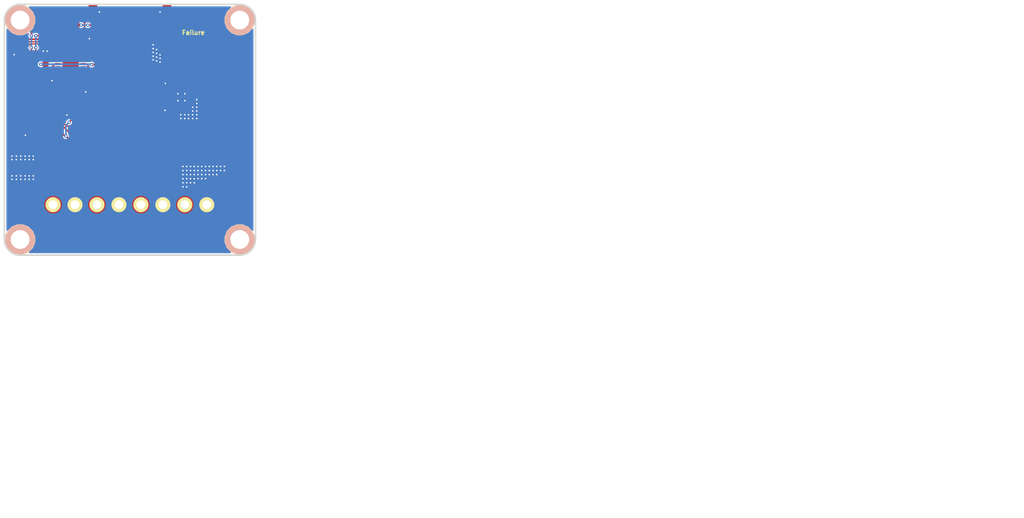
<source format=kicad_pcb>
(kicad_pcb (version 20171130) (host pcbnew 5.0.2-bee76a0~70~ubuntu18.10.1)

  (general
    (thickness 1.6002)
    (drawings 10)
    (tracks 303)
    (zones 0)
    (modules 44)
    (nets 47)
  )

  (page A4)
  (title_block
    (title "Power Supply Bricklet")
    (date 2018-11-19)
    (rev 1.0)
    (company "Tinkerforge GmbH")
    (comment 1 "Licensed under CERN OHL v.1.1")
    (comment 2 "Copyright (©) 2018, B.Nordmeyer <bastian@tinkerforge.com>")
  )

  (layers
    (0 Vorderseite signal)
    (31 Rückseite signal)
    (32 B.Adhes user)
    (33 F.Adhes user)
    (34 B.Paste user)
    (35 F.Paste user)
    (36 B.SilkS user)
    (37 F.SilkS user)
    (38 B.Mask user)
    (39 F.Mask user)
    (40 Dwgs.User user)
    (41 Cmts.User user)
    (42 Eco1.User user)
    (43 Eco2.User user)
    (44 Edge.Cuts user)
    (48 B.Fab user)
    (49 F.Fab user)
  )

  (setup
    (last_trace_width 0.25)
    (user_trace_width 0.2)
    (user_trace_width 0.25)
    (user_trace_width 0.3)
    (user_trace_width 0.4)
    (user_trace_width 0.45)
    (user_trace_width 0.55)
    (trace_clearance 0.149)
    (zone_clearance 0.19)
    (zone_45_only no)
    (trace_min 0.2)
    (segment_width 0.25)
    (edge_width 0.381)
    (via_size 0.55)
    (via_drill 0.25)
    (via_min_size 0.5)
    (via_min_drill 0.25)
    (user_via 0.55 0.25)
    (uvia_size 0.508)
    (uvia_drill 0.127)
    (uvias_allowed no)
    (uvia_min_size 0.508)
    (uvia_min_drill 0.127)
    (pcb_text_width 0.3048)
    (pcb_text_size 1.524 2.032)
    (mod_edge_width 0.05)
    (mod_text_size 1.524 1.524)
    (mod_text_width 0.3048)
    (pad_size 0.39878 0.59944)
    (pad_drill 0)
    (pad_to_mask_clearance 0)
    (solder_mask_min_width 0.25)
    (aux_axis_origin 120 80)
    (grid_origin 120 80)
    (visible_elements FFFFFFBF)
    (pcbplotparams
      (layerselection 0x010fc_ffffffff)
      (usegerberextensions true)
      (usegerberattributes true)
      (usegerberadvancedattributes false)
      (creategerberjobfile false)
      (excludeedgelayer true)
      (linewidth 0.150000)
      (plotframeref false)
      (viasonmask false)
      (mode 1)
      (useauxorigin false)
      (hpglpennumber 1)
      (hpglpenspeed 20)
      (hpglpendiameter 15.000000)
      (psnegative false)
      (psa4output false)
      (plotreference false)
      (plotvalue false)
      (plotinvisibletext false)
      (padsonsilk false)
      (subtractmaskfromsilk true)
      (outputformat 1)
      (mirror false)
      (drillshape 0)
      (scaleselection 1)
      (outputdirectory "pcb/"))
  )

  (net 0 "")
  (net 1 GND)
  (net 2 VCC)
  (net 3 "Net-(P1-Pad6)")
  (net 4 "Net-(D1-Pad2)")
  (net 5 "Net-(C1-Pad1)")
  (net 6 "Net-(P1-Pad4)")
  (net 7 "Net-(P1-Pad5)")
  (net 8 "Net-(P2-Pad1)")
  (net 9 "Net-(P3-Pad2)")
  (net 10 S-MISO)
  (net 11 S-MOSI)
  (net 12 S-CLK)
  (net 13 S-CS)
  (net 14 "Net-(D2-Pad2)")
  (net 15 5V)
  (net 16 PWM0)
  (net 17 "Net-(C9-Pad1)")
  (net 18 "Net-(C11-Pad1)")
  (net 19 "Net-(C12-Pad1)")
  (net 20 "Net-(C13-Pad1)")
  (net 21 +VSW)
  (net 22 "Net-(D3-Pad1)")
  (net 23 Vo0)
  (net 24 "Net-(Q1-PadG)")
  (net 25 "Net-(R1-Pad1)")
  (net 26 "Net-(R7-Pad1)")
  (net 27 FB0)
  (net 28 "Net-(R13-Pad2)")
  (net 29 Enable)
  (net 30 "Net-(U1-Pad5)")
  (net 31 "Net-(U1-Pad6)")
  (net 32 "Net-(U1-Pad17)")
  (net 33 "Net-(U1-Pad18)")
  (net 34 "Net-(U1-Pad19)")
  (net 35 "Net-(U1-Pad21)")
  (net 36 "Net-(U7-Pad5)")
  (net 37 "Net-(U1-Pad4)")
  (net 38 "Net-(U2-Pad5)")
  (net 39 "Net-(U2-Pad6)")
  (net 40 "Net-(U2-Pad7)")
  (net 41 "Net-(U1-Pad14)")
  (net 42 "Net-(U1-Pad15)")
  (net 43 "Net-(U1-Pad16)")
  (net 44 "Net-(R2-Pad1)")
  (net 45 "Net-(R5-Pad1)")
  (net 46 "Net-(U1-Pad2)")

  (net_class Default "Dies ist die voreingestellte Netzklasse."
    (clearance 0.149)
    (trace_width 0.2)
    (via_dia 0.55)
    (via_drill 0.25)
    (uvia_dia 0.508)
    (uvia_drill 0.127)
    (add_net +VSW)
    (add_net 5V)
    (add_net Enable)
    (add_net FB0)
    (add_net GND)
    (add_net "Net-(C1-Pad1)")
    (add_net "Net-(C11-Pad1)")
    (add_net "Net-(C12-Pad1)")
    (add_net "Net-(C13-Pad1)")
    (add_net "Net-(C9-Pad1)")
    (add_net "Net-(D1-Pad2)")
    (add_net "Net-(D2-Pad2)")
    (add_net "Net-(D3-Pad1)")
    (add_net "Net-(P1-Pad4)")
    (add_net "Net-(P1-Pad5)")
    (add_net "Net-(P1-Pad6)")
    (add_net "Net-(P2-Pad1)")
    (add_net "Net-(P3-Pad2)")
    (add_net "Net-(Q1-PadG)")
    (add_net "Net-(R1-Pad1)")
    (add_net "Net-(R13-Pad2)")
    (add_net "Net-(R2-Pad1)")
    (add_net "Net-(R5-Pad1)")
    (add_net "Net-(R7-Pad1)")
    (add_net "Net-(U1-Pad14)")
    (add_net "Net-(U1-Pad15)")
    (add_net "Net-(U1-Pad16)")
    (add_net "Net-(U1-Pad17)")
    (add_net "Net-(U1-Pad18)")
    (add_net "Net-(U1-Pad19)")
    (add_net "Net-(U1-Pad2)")
    (add_net "Net-(U1-Pad21)")
    (add_net "Net-(U1-Pad4)")
    (add_net "Net-(U1-Pad5)")
    (add_net "Net-(U1-Pad6)")
    (add_net "Net-(U2-Pad5)")
    (add_net "Net-(U2-Pad6)")
    (add_net "Net-(U2-Pad7)")
    (add_net "Net-(U7-Pad5)")
    (add_net PWM0)
    (add_net S-CLK)
    (add_net S-CS)
    (add_net S-MISO)
    (add_net S-MOSI)
    (add_net VCC)
    (add_net Vo0)
  )

  (module kicad-libraries:C0402F (layer Vorderseite) (tedit 5A0C5AF6) (tstamp 5CB555FE)
    (at 134.7 85.45 180)
    (path /5A590EF3)
    (fp_text reference C1 (at 0.1 0.15 180) (layer F.Fab)
      (effects (font (size 0.2 0.2) (thickness 0.05)))
    )
    (fp_text value 220pF (at 0 -0.15 180) (layer F.Fab)
      (effects (font (size 0.2 0.2) (thickness 0.05)))
    )
    (fp_line (start -0.9 -0.45) (end 0.9 -0.45) (layer F.Fab) (width 0.025))
    (fp_line (start 0.9 -0.45) (end 0.9 0.45) (layer F.Fab) (width 0.025))
    (fp_line (start 0.9 0.45) (end -0.9 0.45) (layer F.Fab) (width 0.025))
    (fp_line (start -0.9 0.45) (end -0.9 -0.45) (layer F.Fab) (width 0.025))
    (pad 2 smd rect (at 0.5 0 180) (size 0.6 0.7) (layers Vorderseite F.Paste F.Mask)
      (net 1 GND))
    (pad 1 smd rect (at -0.5 0 180) (size 0.6 0.7) (layers Vorderseite F.Paste F.Mask)
      (net 5 "Net-(C1-Pad1)"))
    (model Capacitors_SMD/C_0402.wrl
      (at (xyz 0 0 0))
      (scale (xyz 1 1 1))
      (rotate (xyz 0 0 0))
    )
  )

  (module kicad-libraries:C0805 (layer Vorderseite) (tedit 58F5DFFC) (tstamp 5CB55608)
    (at 141.9 86.55)
    (path /5A5900BA)
    (attr smd)
    (fp_text reference C2 (at 0 0.3) (layer F.Fab)
      (effects (font (size 0.2 0.2) (thickness 0.05)))
    )
    (fp_text value 10uF (at 0 -0.2) (layer F.Fab)
      (effects (font (size 0.2 0.2) (thickness 0.05)))
    )
    (fp_line (start -1.651 -0.8001) (end -1.651 0.8001) (layer F.Fab) (width 0.001))
    (fp_line (start -1.651 0.8001) (end 1.651 0.8001) (layer F.Fab) (width 0.001))
    (fp_line (start 1.651 0.8001) (end 1.651 -0.8001) (layer F.Fab) (width 0.001))
    (fp_line (start 1.651 -0.8001) (end -1.651 -0.8001) (layer F.Fab) (width 0.001))
    (pad 1 smd rect (at -1.00076 0) (size 1.00076 1.24968) (layers Vorderseite F.Paste F.Mask)
      (net 2 VCC) (clearance 0.14986))
    (pad 2 smd rect (at 1.00076 0) (size 1.00076 1.24968) (layers Vorderseite F.Paste F.Mask)
      (net 1 GND) (clearance 0.14986))
    (model Capacitors_SMD/C_0805.wrl
      (at (xyz 0 0 0))
      (scale (xyz 1 1 1))
      (rotate (xyz 0 0 0))
    )
  )

  (module kicad-libraries:C0603F (layer Vorderseite) (tedit 58F5DD02) (tstamp 5CB55612)
    (at 141.9 88.05)
    (path /5A58FC2A)
    (attr smd)
    (fp_text reference C3 (at 0.05 0.225) (layer F.Fab)
      (effects (font (size 0.2 0.2) (thickness 0.05)))
    )
    (fp_text value 100nF (at 0.05 -0.375) (layer F.Fab)
      (effects (font (size 0.2 0.2) (thickness 0.05)))
    )
    (fp_line (start -1.45034 -0.65024) (end 1.45034 -0.65024) (layer F.Fab) (width 0.001))
    (fp_line (start 1.45034 -0.65024) (end 1.45034 0.65024) (layer F.Fab) (width 0.001))
    (fp_line (start 1.45034 0.65024) (end -1.45034 0.65024) (layer F.Fab) (width 0.001))
    (fp_line (start -1.45034 0.65024) (end -1.45034 -0.65024) (layer F.Fab) (width 0.001))
    (pad 1 smd rect (at -0.75 0) (size 0.9 0.9) (layers Vorderseite F.Paste F.Mask)
      (net 2 VCC))
    (pad 2 smd rect (at 0.75 0) (size 0.9 0.9) (layers Vorderseite F.Paste F.Mask)
      (net 1 GND))
    (model Capacitors_SMD/C_0603.wrl
      (at (xyz 0 0 0))
      (scale (xyz 1 1 1))
      (rotate (xyz 0 0 0))
    )
  )

  (module kicad-libraries:C0603F (layer Vorderseite) (tedit 58F5DD02) (tstamp 5CB5561C)
    (at 126.55 88.85 90)
    (path /5A59176F)
    (attr smd)
    (fp_text reference C4 (at 0.05 0.225 90) (layer F.Fab)
      (effects (font (size 0.2 0.2) (thickness 0.05)))
    )
    (fp_text value 100nF (at 0.05 -0.375 90) (layer F.Fab)
      (effects (font (size 0.2 0.2) (thickness 0.05)))
    )
    (fp_line (start -1.45034 0.65024) (end -1.45034 -0.65024) (layer F.Fab) (width 0.001))
    (fp_line (start 1.45034 0.65024) (end -1.45034 0.65024) (layer F.Fab) (width 0.001))
    (fp_line (start 1.45034 -0.65024) (end 1.45034 0.65024) (layer F.Fab) (width 0.001))
    (fp_line (start -1.45034 -0.65024) (end 1.45034 -0.65024) (layer F.Fab) (width 0.001))
    (pad 2 smd rect (at 0.75 0 90) (size 0.9 0.9) (layers Vorderseite F.Paste F.Mask)
      (net 1 GND))
    (pad 1 smd rect (at -0.75 0 90) (size 0.9 0.9) (layers Vorderseite F.Paste F.Mask)
      (net 2 VCC))
    (model Capacitors_SMD/C_0603.wrl
      (at (xyz 0 0 0))
      (scale (xyz 1 1 1))
      (rotate (xyz 0 0 0))
    )
  )

  (module kicad-libraries:C0603F (layer Vorderseite) (tedit 58F5DD02) (tstamp 5CB55626)
    (at 131.45 93.95)
    (path /5CAF92BC)
    (attr smd)
    (fp_text reference C5 (at 0.05 0.225) (layer F.Fab)
      (effects (font (size 0.2 0.2) (thickness 0.05)))
    )
    (fp_text value 1uF (at 0.05 -0.375) (layer F.Fab)
      (effects (font (size 0.2 0.2) (thickness 0.05)))
    )
    (fp_line (start -1.45034 -0.65024) (end 1.45034 -0.65024) (layer F.Fab) (width 0.001))
    (fp_line (start 1.45034 -0.65024) (end 1.45034 0.65024) (layer F.Fab) (width 0.001))
    (fp_line (start 1.45034 0.65024) (end -1.45034 0.65024) (layer F.Fab) (width 0.001))
    (fp_line (start -1.45034 0.65024) (end -1.45034 -0.65024) (layer F.Fab) (width 0.001))
    (pad 1 smd rect (at -0.75 0) (size 0.9 0.9) (layers Vorderseite F.Paste F.Mask)
      (net 16 PWM0))
    (pad 2 smd rect (at 0.75 0) (size 0.9 0.9) (layers Vorderseite F.Paste F.Mask)
      (net 1 GND))
    (model Capacitors_SMD/C_0603.wrl
      (at (xyz 0 0 0))
      (scale (xyz 1 1 1))
      (rotate (xyz 0 0 0))
    )
  )

  (module kicad-libraries:C0805E (layer Vorderseite) (tedit 58F5E06C) (tstamp 5CB5563A)
    (at 147.75 87.8 270)
    (path /5CB11A42)
    (attr smd)
    (fp_text reference C7 (at 0 0.2 270) (layer F.Fab)
      (effects (font (size 0.2 0.2) (thickness 0.05)))
    )
    (fp_text value 10uF (at 0 -0.4 270) (layer F.Fab)
      (effects (font (size 0.2 0.2) (thickness 0.05)))
    )
    (fp_line (start -1.651 -0.8001) (end -1.651 0.8001) (layer F.Fab) (width 0.001))
    (fp_line (start -1.651 0.8001) (end 1.651 0.8001) (layer F.Fab) (width 0.001))
    (fp_line (start 1.651 0.8001) (end 1.651 -0.8001) (layer F.Fab) (width 0.001))
    (fp_line (start 1.651 -0.8001) (end -1.651 -0.8001) (layer F.Fab) (width 0.001))
    (pad 1 smd rect (at -0.95 0 270) (size 1.3 1.5) (layers Vorderseite F.Paste F.Mask)
      (net 15 5V) (clearance 0.14986))
    (pad 2 smd rect (at 0.95 0 270) (size 1.3 1.5) (layers Vorderseite F.Paste F.Mask)
      (net 1 GND) (clearance 0.14986))
    (model Capacitors_SMD/C_0805.wrl
      (at (xyz 0 0 0))
      (scale (xyz 1 1 1))
      (rotate (xyz 0 0 0))
    )
  )

  (module kicad-libraries:C0603F (layer Vorderseite) (tedit 58F5DD02) (tstamp 5CB55644)
    (at 149.35 87.8 270)
    (path /5CB11B9C)
    (attr smd)
    (fp_text reference C8 (at 0.05 0.225 270) (layer F.Fab)
      (effects (font (size 0.2 0.2) (thickness 0.05)))
    )
    (fp_text value 100nF (at 0.05 -0.375 270) (layer F.Fab)
      (effects (font (size 0.2 0.2) (thickness 0.05)))
    )
    (fp_line (start -1.45034 0.65024) (end -1.45034 -0.65024) (layer F.Fab) (width 0.001))
    (fp_line (start 1.45034 0.65024) (end -1.45034 0.65024) (layer F.Fab) (width 0.001))
    (fp_line (start 1.45034 -0.65024) (end 1.45034 0.65024) (layer F.Fab) (width 0.001))
    (fp_line (start -1.45034 -0.65024) (end 1.45034 -0.65024) (layer F.Fab) (width 0.001))
    (pad 2 smd rect (at 0.75 0 270) (size 0.9 0.9) (layers Vorderseite F.Paste F.Mask)
      (net 1 GND))
    (pad 1 smd rect (at -0.75 0 270) (size 0.9 0.9) (layers Vorderseite F.Paste F.Mask)
      (net 15 5V))
    (model Capacitors_SMD/C_0603.wrl
      (at (xyz 0 0 0))
      (scale (xyz 1 1 1))
      (rotate (xyz 0 0 0))
    )
  )

  (module kicad-libraries:C0603F (layer Vorderseite) (tedit 58F5DD02) (tstamp 5CB5564E)
    (at 129.25 96.15 270)
    (path /5CBA2311)
    (attr smd)
    (fp_text reference C9 (at 0.05 0.225 270) (layer F.Fab)
      (effects (font (size 0.2 0.2) (thickness 0.05)))
    )
    (fp_text value 100nF (at 0.05 -0.375 270) (layer F.Fab)
      (effects (font (size 0.2 0.2) (thickness 0.05)))
    )
    (fp_line (start -1.45034 -0.65024) (end 1.45034 -0.65024) (layer F.Fab) (width 0.001))
    (fp_line (start 1.45034 -0.65024) (end 1.45034 0.65024) (layer F.Fab) (width 0.001))
    (fp_line (start 1.45034 0.65024) (end -1.45034 0.65024) (layer F.Fab) (width 0.001))
    (fp_line (start -1.45034 0.65024) (end -1.45034 -0.65024) (layer F.Fab) (width 0.001))
    (pad 1 smd rect (at -0.75 0 270) (size 0.9 0.9) (layers Vorderseite F.Paste F.Mask)
      (net 17 "Net-(C9-Pad1)"))
    (pad 2 smd rect (at 0.75 0 270) (size 0.9 0.9) (layers Vorderseite F.Paste F.Mask)
      (net 1 GND))
    (model Capacitors_SMD/C_0603.wrl
      (at (xyz 0 0 0))
      (scale (xyz 1 1 1))
      (rotate (xyz 0 0 0))
    )
  )

  (module kicad-libraries:C0603F (layer Vorderseite) (tedit 58F5DD02) (tstamp 5CB55662)
    (at 146.4 91.85 180)
    (path /5CB11C81)
    (attr smd)
    (fp_text reference C11 (at 0.05 0.225 180) (layer F.Fab)
      (effects (font (size 0.2 0.2) (thickness 0.05)))
    )
    (fp_text value 27nF (at 0.05 -0.375 180) (layer F.Fab)
      (effects (font (size 0.2 0.2) (thickness 0.05)))
    )
    (fp_line (start -1.45034 0.65024) (end -1.45034 -0.65024) (layer F.Fab) (width 0.001))
    (fp_line (start 1.45034 0.65024) (end -1.45034 0.65024) (layer F.Fab) (width 0.001))
    (fp_line (start 1.45034 -0.65024) (end 1.45034 0.65024) (layer F.Fab) (width 0.001))
    (fp_line (start -1.45034 -0.65024) (end 1.45034 -0.65024) (layer F.Fab) (width 0.001))
    (pad 2 smd rect (at 0.75 0 180) (size 0.9 0.9) (layers Vorderseite F.Paste F.Mask)
      (net 1 GND))
    (pad 1 smd rect (at -0.75 0 180) (size 0.9 0.9) (layers Vorderseite F.Paste F.Mask)
      (net 18 "Net-(C11-Pad1)"))
    (model Capacitors_SMD/C_0603.wrl
      (at (xyz 0 0 0))
      (scale (xyz 1 1 1))
      (rotate (xyz 0 0 0))
    )
  )

  (module kicad-libraries:C0603F (layer Vorderseite) (tedit 58F5DD02) (tstamp 5CB5566C)
    (at 144.3 92.6 90)
    (path /5CB11F88)
    (attr smd)
    (fp_text reference C12 (at -0.05 0.3 90) (layer F.Fab)
      (effects (font (size 0.2 0.2) (thickness 0.05)))
    )
    (fp_text value 2,2nF (at 0.05 -0.375 90) (layer F.Fab)
      (effects (font (size 0.2 0.2) (thickness 0.05)))
    )
    (fp_line (start -1.45034 -0.65024) (end 1.45034 -0.65024) (layer F.Fab) (width 0.001))
    (fp_line (start 1.45034 -0.65024) (end 1.45034 0.65024) (layer F.Fab) (width 0.001))
    (fp_line (start 1.45034 0.65024) (end -1.45034 0.65024) (layer F.Fab) (width 0.001))
    (fp_line (start -1.45034 0.65024) (end -1.45034 -0.65024) (layer F.Fab) (width 0.001))
    (pad 1 smd rect (at -0.75 0 90) (size 0.9 0.9) (layers Vorderseite F.Paste F.Mask)
      (net 19 "Net-(C12-Pad1)"))
    (pad 2 smd rect (at 0.75 0 90) (size 0.9 0.9) (layers Vorderseite F.Paste F.Mask)
      (net 1 GND))
    (model Capacitors_SMD/C_0603.wrl
      (at (xyz 0 0 0))
      (scale (xyz 1 1 1))
      (rotate (xyz 0 0 0))
    )
  )

  (module kicad-libraries:C0603F (layer Vorderseite) (tedit 58F5DD02) (tstamp 5CB55676)
    (at 142.8 92.6 90)
    (path /5CB12005)
    (attr smd)
    (fp_text reference C13 (at 0.05 0.225 90) (layer F.Fab)
      (effects (font (size 0.2 0.2) (thickness 0.05)))
    )
    (fp_text value 120nF (at 0.05 -0.375 90) (layer F.Fab)
      (effects (font (size 0.2 0.2) (thickness 0.05)))
    )
    (fp_line (start -1.45034 0.65024) (end -1.45034 -0.65024) (layer F.Fab) (width 0.001))
    (fp_line (start 1.45034 0.65024) (end -1.45034 0.65024) (layer F.Fab) (width 0.001))
    (fp_line (start 1.45034 -0.65024) (end 1.45034 0.65024) (layer F.Fab) (width 0.001))
    (fp_line (start -1.45034 -0.65024) (end 1.45034 -0.65024) (layer F.Fab) (width 0.001))
    (pad 2 smd rect (at 0.75 0 90) (size 0.9 0.9) (layers Vorderseite F.Paste F.Mask)
      (net 1 GND))
    (pad 1 smd rect (at -0.75 0 90) (size 0.9 0.9) (layers Vorderseite F.Paste F.Mask)
      (net 20 "Net-(C13-Pad1)"))
    (model Capacitors_SMD/C_0603.wrl
      (at (xyz 0 0 0))
      (scale (xyz 1 1 1))
      (rotate (xyz 0 0 0))
    )
  )

  (module kicad-libraries:ELKO_63 (layer Vorderseite) (tedit 5A12D9B7) (tstamp 5CB556A7)
    (at 156.3 102.5 90)
    (path /5CB7ACD8)
    (attr smd)
    (fp_text reference C14 (at 0 1.1 90) (layer F.Fab)
      (effects (font (size 0.59944 0.59944) (thickness 0.12446)))
    )
    (fp_text value "10uF 50V" (at 0.95 -0.375 90) (layer F.Fab)
      (effects (font (size 0.59944 0.59944) (thickness 0.12446)))
    )
    (fp_line (start 0 -3.2) (end 3.2 -3.2) (layer F.Fab) (width 0.15))
    (fp_line (start 3.2 -3.2) (end 3.2 3.2) (layer F.Fab) (width 0.15))
    (fp_line (start 3.2 3.2) (end -3.2 3.2) (layer F.Fab) (width 0.15))
    (fp_line (start -3.2 3.2) (end -3.2 -3.2) (layer F.Fab) (width 0.15))
    (fp_line (start -3.2 -3.2) (end 0 -3.2) (layer F.Fab) (width 0.15))
    (fp_line (start -1.4 -2.8) (end -1.4 2.8) (layer F.Fab) (width 0.15))
    (fp_line (start -1.4 2.8) (end -1.5 2.8) (layer F.Fab) (width 0.15))
    (fp_line (start -1.5 2.8) (end -1.5 -2.7) (layer F.Fab) (width 0.15))
    (fp_line (start -1.5 -2.7) (end -1.6 -2.7) (layer F.Fab) (width 0.15))
    (fp_line (start -1.6 -2.7) (end -1.6 2.7) (layer F.Fab) (width 0.15))
    (fp_line (start -1.6 2.7) (end -1.7 2.7) (layer F.Fab) (width 0.15))
    (fp_line (start -1.7 2.7) (end -1.7 -2.6) (layer F.Fab) (width 0.15))
    (fp_line (start -1.7 -2.6) (end -1.8 -2.6) (layer F.Fab) (width 0.15))
    (fp_line (start -1.8 -2.6) (end -1.8 2.6) (layer F.Fab) (width 0.15))
    (fp_line (start -1.8 2.6) (end -2 2.4) (layer F.Fab) (width 0.15))
    (fp_line (start -2 2.4) (end -1.9 2.4) (layer F.Fab) (width 0.15))
    (fp_line (start -1.9 2.4) (end -1.9 -2.5) (layer F.Fab) (width 0.15))
    (fp_line (start -1.9 -2.5) (end -2 -2.4) (layer F.Fab) (width 0.15))
    (fp_line (start -2 -2.4) (end -2 2.4) (layer F.Fab) (width 0.15))
    (fp_line (start -2 2.4) (end -2.2 2.2) (layer F.Fab) (width 0.15))
    (fp_line (start -2.2 2.2) (end -2.1 2.2) (layer F.Fab) (width 0.15))
    (fp_line (start -2.1 2.2) (end -2.1 -2.3) (layer F.Fab) (width 0.15))
    (fp_line (start -2.1 -2.3) (end -2.2 -2.2) (layer F.Fab) (width 0.15))
    (fp_line (start -2.2 -2.2) (end -2.2 2.2) (layer F.Fab) (width 0.15))
    (fp_line (start -2.2 2.2) (end -2.3 2.1) (layer F.Fab) (width 0.15))
    (fp_line (start -2.3 2.1) (end -2.3 -2.1) (layer F.Fab) (width 0.15))
    (fp_line (start -2.3 -2.1) (end -2.4 -2) (layer F.Fab) (width 0.15))
    (fp_line (start -2.4 -2) (end -2.4 2) (layer F.Fab) (width 0.15))
    (fp_line (start -2.4 2) (end -2.5 1.8) (layer F.Fab) (width 0.15))
    (fp_line (start -2.5 1.8) (end -2.5 -1.9) (layer F.Fab) (width 0.15))
    (fp_line (start -2.5 -1.9) (end -2.6 -1.7) (layer F.Fab) (width 0.15))
    (fp_line (start -2.6 -1.7) (end -2.6 1.8) (layer F.Fab) (width 0.15))
    (fp_line (start -2.6 1.8) (end -2.7 1.6) (layer F.Fab) (width 0.15))
    (fp_line (start -2.7 1.6) (end -2.7 -1.6) (layer F.Fab) (width 0.15))
    (fp_line (start -2.7 -1.6) (end -2.8 -1.4) (layer F.Fab) (width 0.15))
    (fp_line (start -2.8 -1.4) (end -2.8 1.4) (layer F.Fab) (width 0.15))
    (fp_line (start -2.8 1.4) (end -2.9 1.2) (layer F.Fab) (width 0.15))
    (fp_line (start -2.9 1.2) (end -2.9 -1.2) (layer F.Fab) (width 0.15))
    (fp_line (start -2.9 -1.2) (end -3 -1) (layer F.Fab) (width 0.15))
    (fp_line (start -3 -1) (end -3 1) (layer F.Fab) (width 0.15))
    (fp_line (start -3 1) (end -3.1 0.6) (layer F.Fab) (width 0.15))
    (fp_line (start -3.1 0.6) (end -3.1 -0.5) (layer F.Fab) (width 0.15))
    (fp_circle (center 0 0) (end 3.2 0) (layer F.Fab) (width 0.15))
    (pad 2 smd rect (at -2.7 0 90) (size 3.5 1.6) (layers Vorderseite F.Paste F.Mask)
      (net 1 GND))
    (pad 1 smd rect (at 2.7 0 90) (size 3.5 1.6) (layers Vorderseite F.Paste F.Mask)
      (net 21 +VSW))
    (model Capacitors_SMD/c_elec_6.3x7.7.wrl
      (at (xyz 0 0 0))
      (scale (xyz 1 1 1))
      (rotate (xyz 0 0 0))
    )
  )

  (module kicad-libraries:D0603F (layer Vorderseite) (tedit 5910237C) (tstamp 5CB556CD)
    (at 131.5 82.5 90)
    (path /5A59316A)
    (attr smd)
    (fp_text reference D1 (at -0.775 0.45 90) (layer F.Fab)
      (effects (font (size 0.2 0.2) (thickness 0.05)))
    )
    (fp_text value blue (at 0.75 0.45 90) (layer F.Fab)
      (effects (font (size 0.2 0.2) (thickness 0.05)))
    )
    (fp_line (start -0.75 -0.3) (end -0.75 0.3) (layer F.Fab) (width 0.05))
    (fp_line (start -1.05 0) (end -0.45 0) (layer F.Fab) (width 0.05))
    (fp_line (start 0.45 0) (end 1.05 0) (layer F.Fab) (width 0.05))
    (fp_line (start 0 -0.3) (end 0 0.3) (layer F.Fab) (width 0.05))
    (fp_line (start -0.3 -0.3) (end -0.3 0.3) (layer F.Fab) (width 0.05))
    (fp_line (start -0.3 0.3) (end 0 0) (layer F.Fab) (width 0.05))
    (fp_line (start 0 0) (end -0.3 -0.3) (layer F.Fab) (width 0.05))
    (fp_line (start -1.45034 -0.65024) (end 1.45034 -0.65024) (layer F.Fab) (width 0.001))
    (fp_line (start 1.45034 -0.65024) (end 1.45034 0.65024) (layer F.Fab) (width 0.001))
    (fp_line (start 1.45034 0.65024) (end -1.45034 0.65024) (layer F.Fab) (width 0.001))
    (fp_line (start -1.45034 0.65024) (end -1.45034 -0.65024) (layer F.Fab) (width 0.001))
    (pad 1 smd rect (at -0.75 0 90) (size 0.9 0.9) (layers Vorderseite F.Paste F.Mask)
      (net 2 VCC))
    (pad 2 smd rect (at 0.75 0 90) (size 0.9 0.9) (layers Vorderseite F.Paste F.Mask)
      (net 4 "Net-(D1-Pad2)"))
    (model LED_SMD/D_0603_blue.wrl
      (at (xyz 0 0 0))
      (scale (xyz 1 1 1))
      (rotate (xyz -90 0 0))
    )
  )

  (module kicad-libraries:D0603F (layer Vorderseite) (tedit 5910237C) (tstamp 5CB556DE)
    (at 150.1 82.5 90)
    (path /5B30E5AC)
    (attr smd)
    (fp_text reference D2 (at -0.775 0.45 90) (layer F.Fab)
      (effects (font (size 0.2 0.2) (thickness 0.05)))
    )
    (fp_text value red (at 0.75 0.45 90) (layer F.Fab)
      (effects (font (size 0.2 0.2) (thickness 0.05)))
    )
    (fp_line (start -1.45034 0.65024) (end -1.45034 -0.65024) (layer F.Fab) (width 0.001))
    (fp_line (start 1.45034 0.65024) (end -1.45034 0.65024) (layer F.Fab) (width 0.001))
    (fp_line (start 1.45034 -0.65024) (end 1.45034 0.65024) (layer F.Fab) (width 0.001))
    (fp_line (start -1.45034 -0.65024) (end 1.45034 -0.65024) (layer F.Fab) (width 0.001))
    (fp_line (start 0 0) (end -0.3 -0.3) (layer F.Fab) (width 0.05))
    (fp_line (start -0.3 0.3) (end 0 0) (layer F.Fab) (width 0.05))
    (fp_line (start -0.3 -0.3) (end -0.3 0.3) (layer F.Fab) (width 0.05))
    (fp_line (start 0 -0.3) (end 0 0.3) (layer F.Fab) (width 0.05))
    (fp_line (start 0.45 0) (end 1.05 0) (layer F.Fab) (width 0.05))
    (fp_line (start -1.05 0) (end -0.45 0) (layer F.Fab) (width 0.05))
    (fp_line (start -0.75 -0.3) (end -0.75 0.3) (layer F.Fab) (width 0.05))
    (pad 2 smd rect (at 0.75 0 90) (size 0.9 0.9) (layers Vorderseite F.Paste F.Mask)
      (net 14 "Net-(D2-Pad2)"))
    (pad 1 smd rect (at -0.75 0 90) (size 0.9 0.9) (layers Vorderseite F.Paste F.Mask)
      (net 2 VCC))
    (model LED_SMD/D_0603_blue.wrl
      (at (xyz 0 0 0))
      (scale (xyz 1 1 1))
      (rotate (xyz -90 0 0))
    )
  )

  (module kicad-libraries:SOD-128 (layer Vorderseite) (tedit 58F7735C) (tstamp 5CB556ED)
    (at 154.05 96.4 180)
    (path /5CB12550)
    (attr smd)
    (fp_text reference D3 (at 0.44 0.29 180) (layer F.Fab)
      (effects (font (size 0.2 0.2) (thickness 0.05)))
    )
    (fp_text value PMEG4050 (at 0.52 -0.49 180) (layer F.Fab)
      (effects (font (size 0.2 0.2) (thickness 0.05)))
    )
    (fp_line (start -0.50038 1.39954) (end -0.50038 -1.39954) (layer F.Fab) (width 0.001))
    (fp_line (start -0.8001 1.39954) (end -0.8001 -1.39954) (layer F.Fab) (width 0.001))
    (fp_line (start -1.69926 1.39954) (end -1.69926 -1.39954) (layer F.Fab) (width 0.001))
    (fp_line (start -1.39954 -1.39954) (end -1.39954 1.39954) (layer F.Fab) (width 0.001))
    (fp_line (start -1.09982 1.39954) (end -1.09982 -1.39954) (layer F.Fab) (width 0.001))
    (fp_line (start -1.99898 -1.39954) (end 1.99898 -1.39954) (layer F.Fab) (width 0.001))
    (fp_line (start 1.99898 -1.39954) (end 1.99898 1.39954) (layer F.Fab) (width 0.001))
    (fp_line (start 1.99898 1.39954) (end -1.99898 1.39954) (layer F.Fab) (width 0.001))
    (fp_line (start -1.99898 1.39954) (end -1.99898 -1.39954) (layer F.Fab) (width 0.001))
    (pad 2 smd rect (at -2.19964 0 180) (size 1.39954 2.19964) (layers Vorderseite F.Paste F.Mask)
      (net 21 +VSW))
    (pad 1 smd rect (at 2.19964 0 180) (size 1.39954 2.19964) (layers Vorderseite F.Paste F.Mask)
      (net 22 "Net-(D3-Pad1)"))
    (model Housing_SOT_SOD/SOD-128.wrl
      (at (xyz 0 0 0))
      (scale (xyz 1 1 1))
      (rotate (xyz 0 0 0))
    )
  )

  (module kicad-libraries:SRN8040 (layer Vorderseite) (tedit 5CB44C10) (tstamp 5CB556FF)
    (at 155 90.6 270)
    (path /5CB11DF9)
    (fp_text reference L1 (at 0 -1 90) (layer F.Fab)
      (effects (font (size 1 1) (thickness 0.15)))
    )
    (fp_text value SRN8040-100M/10uH (at -0.25 0.5 270) (layer F.Fab)
      (effects (font (size 0.1 0.1) (thickness 0.025)))
    )
    (pad 1 smd rect (at -2.8 0 270) (size 2.6 8.2) (layers Vorderseite F.Paste F.Mask)
      (net 15 5V))
    (pad 2 smd rect (at 2.8 0 270) (size 2.6 8.2) (layers Vorderseite F.Paste F.Mask)
      (net 22 "Net-(D3-Pad1)"))
  )

  (module kicad-libraries:CON-SENSOR2 (layer Vorderseite) (tedit 59030BED) (tstamp 5CB55712)
    (at 140 80 180)
    (path /4C5FCF27)
    (fp_text reference P1 (at 0 -2.85 180) (layer F.Fab)
      (effects (font (size 0.3 0.3) (thickness 0.075)))
    )
    (fp_text value CON-SENSOR (at 0 -1.6002 180) (layer F.Fab)
      (effects (font (size 0.29972 0.29972) (thickness 0.07112)))
    )
    (fp_line (start -5 -0.25) (end -4.75 -0.75) (layer F.Fab) (width 0.05))
    (fp_line (start -4.75 -0.75) (end -4.5 -0.25) (layer F.Fab) (width 0.05))
    (fp_line (start -6 -0.25) (end 6 -0.25) (layer F.Fab) (width 0.05))
    (fp_line (start 6 -0.25) (end 6 -4.3) (layer F.Fab) (width 0.05))
    (fp_line (start 6 -4.3) (end -6 -4.3) (layer F.Fab) (width 0.05))
    (fp_line (start -6 -4.3) (end -6 -0.25) (layer F.Fab) (width 0.05))
    (pad 1 smd rect (at -3.75 -4.6 180) (size 0.6 1.8) (layers Vorderseite F.Paste F.Mask)
      (net 15 5V))
    (pad 2 smd rect (at -2.5 -4.6 180) (size 0.6 1.8) (layers Vorderseite F.Paste F.Mask)
      (net 1 GND))
    (pad EP smd rect (at -5.9 -1.2 180) (size 1.4 2.4) (layers Vorderseite F.Paste F.Mask)
      (net 1 GND))
    (pad EP smd rect (at 5.9 -1.2 180) (size 1.4 2.4) (layers Vorderseite F.Paste F.Mask)
      (net 1 GND))
    (pad 3 smd rect (at -1.25 -4.6 180) (size 0.6 1.8) (layers Vorderseite F.Paste F.Mask)
      (net 2 VCC))
    (pad 4 smd rect (at 0 -4.6 180) (size 0.6 1.8) (layers Vorderseite F.Paste F.Mask)
      (net 6 "Net-(P1-Pad4)"))
    (pad 5 smd rect (at 1.25 -4.6 180) (size 0.6 1.8) (layers Vorderseite F.Paste F.Mask)
      (net 7 "Net-(P1-Pad5)"))
    (pad 6 smd rect (at 2.5 -4.6 180) (size 0.6 1.8) (layers Vorderseite F.Paste F.Mask)
      (net 3 "Net-(P1-Pad6)"))
    (pad 7 smd rect (at 3.75 -4.6 180) (size 0.6 1.8) (layers Vorderseite F.Paste F.Mask)
      (net 5 "Net-(C1-Pad1)"))
    (model Connectors_TF/BrickletConn_7pin.wrl
      (offset (xyz 0 2.539999961853027 0))
      (scale (xyz 1 1 1))
      (rotate (xyz 0 0 0))
    )
  )

  (module kicad-libraries:DEBUG_PAD (layer Vorderseite) (tedit 590B3FBE) (tstamp 5CB55717)
    (at 122.5 86.6)
    (path /5A59359F)
    (fp_text reference P2 (at 0 0.175) (layer F.Fab)
      (effects (font (size 0.15 0.15) (thickness 0.0375)))
    )
    (fp_text value Debug (at 0 -0.15) (layer F.Fab)
      (effects (font (size 0.15 0.15) (thickness 0.0375)))
    )
    (pad 1 smd circle (at 0 0) (size 0.7 0.7) (layers Vorderseite F.Paste F.Mask)
      (net 8 "Net-(P2-Pad1)"))
  )

  (module kicad-libraries:SolderJumper (layer Vorderseite) (tedit 590B2DE4) (tstamp 5CB55720)
    (at 122.475 88)
    (path /5A593676)
    (fp_text reference P3 (at 0 0.35) (layer F.Fab)
      (effects (font (size 0.3 0.3) (thickness 0.0712)))
    )
    (fp_text value Boot (at 0 -0.35) (layer F.Fab)
      (effects (font (size 0.3 0.3) (thickness 0.0712)))
    )
    (pad 2 smd rect (at 0.55 0) (size 0.3 1.4) (layers Vorderseite F.Mask)
      (net 9 "Net-(P3-Pad2)"))
    (pad 2 smd rect (at 0.15 0) (size 0.6 0.5) (layers Vorderseite F.Mask)
      (net 9 "Net-(P3-Pad2)"))
    (pad 1 smd rect (at -0.5 0) (size 0.4 1.4) (layers Vorderseite F.Mask)
      (net 1 GND))
    (pad 1 smd rect (at -0.225 0.55) (size 0.95 0.3) (layers Vorderseite F.Mask)
      (net 1 GND))
    (pad 1 smd rect (at -0.225 -0.55) (size 0.95 0.3) (layers Vorderseite F.Mask)
      (net 1 GND))
  )

  (module kicad-libraries:TO-252-3L (layer Vorderseite) (tedit 5CB43C7B) (tstamp 5CB55727)
    (at 139.1 101.7 270)
    (path /5CB8C715)
    (fp_text reference Q1 (at 0.05 -2.25 270) (layer F.Fab)
      (effects (font (size 0.5 0.5) (thickness 0.125)))
    )
    (fp_text value FQD10N20C (at 0 2.35 270) (layer F.Fab)
      (effects (font (size 0.5 0.5) (thickness 0.125)))
    )
    (pad S smd rect (at 2.3 6.25 270) (size 1.4 3) (layers Vorderseite F.Paste F.Mask)
      (net 23 Vo0))
    (pad G smd rect (at -2.3 6.25 270) (size 1.4 3) (layers Vorderseite F.Paste F.Mask)
      (net 24 "Net-(Q1-PadG)"))
    (pad D smd rect (at 0 0 270) (size 6 6.5) (layers Vorderseite F.Paste F.Mask)
      (net 21 +VSW))
  )

  (module kicad-libraries:R0603F (layer Vorderseite) (tedit 58F5DD02) (tstamp 5CB55738)
    (at 129.25 93.15 270)
    (path /5CAF9337)
    (attr smd)
    (fp_text reference R1 (at 0.05 0.225 270) (layer F.Fab)
      (effects (font (size 0.2 0.2) (thickness 0.05)))
    )
    (fp_text value 1k (at 0.05 -0.375 270) (layer F.Fab)
      (effects (font (size 0.2 0.2) (thickness 0.05)))
    )
    (fp_line (start -1.45034 0.65024) (end -1.45034 -0.65024) (layer F.Fab) (width 0.001))
    (fp_line (start 1.45034 0.65024) (end -1.45034 0.65024) (layer F.Fab) (width 0.001))
    (fp_line (start 1.45034 -0.65024) (end 1.45034 0.65024) (layer F.Fab) (width 0.001))
    (fp_line (start -1.45034 -0.65024) (end 1.45034 -0.65024) (layer F.Fab) (width 0.001))
    (pad 2 smd rect (at 0.75 0 270) (size 0.9 0.9) (layers Vorderseite F.Paste F.Mask)
      (net 16 PWM0))
    (pad 1 smd rect (at -0.75 0 270) (size 0.9 0.9) (layers Vorderseite F.Paste F.Mask)
      (net 25 "Net-(R1-Pad1)"))
    (model Resistors_SMD/R_0603.wrl
      (at (xyz 0 0 0))
      (scale (xyz 1 1 1))
      (rotate (xyz 0 0 0))
    )
  )

  (module kicad-libraries:R0603F (layer Vorderseite) (tedit 58F5DD02) (tstamp 5CB5574C)
    (at 132.05 96.15 90)
    (path /5CBA2102)
    (attr smd)
    (fp_text reference R3 (at 0.05 0.225 90) (layer F.Fab)
      (effects (font (size 0.2 0.2) (thickness 0.05)))
    )
    (fp_text value 470k (at 0.05 -0.375 90) (layer F.Fab)
      (effects (font (size 0.2 0.2) (thickness 0.05)))
    )
    (fp_line (start -1.45034 0.65024) (end -1.45034 -0.65024) (layer F.Fab) (width 0.001))
    (fp_line (start 1.45034 0.65024) (end -1.45034 0.65024) (layer F.Fab) (width 0.001))
    (fp_line (start 1.45034 -0.65024) (end 1.45034 0.65024) (layer F.Fab) (width 0.001))
    (fp_line (start -1.45034 -0.65024) (end 1.45034 -0.65024) (layer F.Fab) (width 0.001))
    (pad 2 smd rect (at 0.75 0 90) (size 0.9 0.9) (layers Vorderseite F.Paste F.Mask)
      (net 17 "Net-(C9-Pad1)"))
    (pad 1 smd rect (at -0.75 0 90) (size 0.9 0.9) (layers Vorderseite F.Paste F.Mask)
      (net 23 Vo0))
    (model Resistors_SMD/R_0603.wrl
      (at (xyz 0 0 0))
      (scale (xyz 1 1 1))
      (rotate (xyz 0 0 0))
    )
  )

  (module kicad-libraries:R0603F (layer Vorderseite) (tedit 58F5DD02) (tstamp 5CB55756)
    (at 130.65 96.15 270)
    (path /5CBA2242)
    (attr smd)
    (fp_text reference R4 (at 0.05 0.225 270) (layer F.Fab)
      (effects (font (size 0.2 0.2) (thickness 0.05)))
    )
    (fp_text value 68k (at 0.05 -0.375 270) (layer F.Fab)
      (effects (font (size 0.2 0.2) (thickness 0.05)))
    )
    (fp_line (start -1.45034 -0.65024) (end 1.45034 -0.65024) (layer F.Fab) (width 0.001))
    (fp_line (start 1.45034 -0.65024) (end 1.45034 0.65024) (layer F.Fab) (width 0.001))
    (fp_line (start 1.45034 0.65024) (end -1.45034 0.65024) (layer F.Fab) (width 0.001))
    (fp_line (start -1.45034 0.65024) (end -1.45034 -0.65024) (layer F.Fab) (width 0.001))
    (pad 1 smd rect (at -0.75 0 270) (size 0.9 0.9) (layers Vorderseite F.Paste F.Mask)
      (net 17 "Net-(C9-Pad1)"))
    (pad 2 smd rect (at 0.75 0 270) (size 0.9 0.9) (layers Vorderseite F.Paste F.Mask)
      (net 1 GND))
    (model Resistors_SMD/R_0603.wrl
      (at (xyz 0 0 0))
      (scale (xyz 1 1 1))
      (rotate (xyz 0 0 0))
    )
  )

  (module kicad-libraries:R0603F (layer Vorderseite) (tedit 58F5DD02) (tstamp 5CB55774)
    (at 146.35 97.65 180)
    (path /5CB11C0D)
    (attr smd)
    (fp_text reference R7 (at 0.05 0.225 180) (layer F.Fab)
      (effects (font (size 0.2 0.2) (thickness 0.05)))
    )
    (fp_text value 60 (at 0.05 -0.375 180) (layer F.Fab)
      (effects (font (size 0.2 0.2) (thickness 0.05)))
    )
    (fp_line (start -1.45034 -0.65024) (end 1.45034 -0.65024) (layer F.Fab) (width 0.001))
    (fp_line (start 1.45034 -0.65024) (end 1.45034 0.65024) (layer F.Fab) (width 0.001))
    (fp_line (start 1.45034 0.65024) (end -1.45034 0.65024) (layer F.Fab) (width 0.001))
    (fp_line (start -1.45034 0.65024) (end -1.45034 -0.65024) (layer F.Fab) (width 0.001))
    (pad 1 smd rect (at -0.75 0 180) (size 0.9 0.9) (layers Vorderseite F.Paste F.Mask)
      (net 26 "Net-(R7-Pad1)"))
    (pad 2 smd rect (at 0.75 0 180) (size 0.9 0.9) (layers Vorderseite F.Paste F.Mask)
      (net 1 GND))
    (model Resistors_SMD/R_0603.wrl
      (at (xyz 0 0 0))
      (scale (xyz 1 1 1))
      (rotate (xyz 0 0 0))
    )
  )

  (module kicad-libraries:R0603F (layer Vorderseite) (tedit 58F5DD02) (tstamp 5CB5577E)
    (at 143.55 94.75)
    (path /5CB11ED0)
    (attr smd)
    (fp_text reference R8 (at 0.05 0.225) (layer F.Fab)
      (effects (font (size 0.2 0.2) (thickness 0.05)))
    )
    (fp_text value 2k (at 0.05 -0.375) (layer F.Fab)
      (effects (font (size 0.2 0.2) (thickness 0.05)))
    )
    (fp_line (start -1.45034 -0.65024) (end 1.45034 -0.65024) (layer F.Fab) (width 0.001))
    (fp_line (start 1.45034 -0.65024) (end 1.45034 0.65024) (layer F.Fab) (width 0.001))
    (fp_line (start 1.45034 0.65024) (end -1.45034 0.65024) (layer F.Fab) (width 0.001))
    (fp_line (start -1.45034 0.65024) (end -1.45034 -0.65024) (layer F.Fab) (width 0.001))
    (pad 1 smd rect (at -0.75 0) (size 0.9 0.9) (layers Vorderseite F.Paste F.Mask)
      (net 20 "Net-(C13-Pad1)"))
    (pad 2 smd rect (at 0.75 0) (size 0.9 0.9) (layers Vorderseite F.Paste F.Mask)
      (net 19 "Net-(C12-Pad1)"))
    (model Resistors_SMD/R_0603.wrl
      (at (xyz 0 0 0))
      (scale (xyz 1 1 1))
      (rotate (xyz 0 0 0))
    )
  )

  (module kicad-libraries:R0603F (layer Vorderseite) (tedit 58F5DD02) (tstamp 5CB55788)
    (at 128 100.85 180)
    (path /5CBADAE9)
    (attr smd)
    (fp_text reference R9 (at 0.05 0.225 180) (layer F.Fab)
      (effects (font (size 0.2 0.2) (thickness 0.05)))
    )
    (fp_text value 10k (at 0.05 -0.375 180) (layer F.Fab)
      (effects (font (size 0.2 0.2) (thickness 0.05)))
    )
    (fp_line (start -1.45034 0.65024) (end -1.45034 -0.65024) (layer F.Fab) (width 0.001))
    (fp_line (start 1.45034 0.65024) (end -1.45034 0.65024) (layer F.Fab) (width 0.001))
    (fp_line (start 1.45034 -0.65024) (end 1.45034 0.65024) (layer F.Fab) (width 0.001))
    (fp_line (start -1.45034 -0.65024) (end 1.45034 -0.65024) (layer F.Fab) (width 0.001))
    (pad 2 smd rect (at 0.75 0 180) (size 0.9 0.9) (layers Vorderseite F.Paste F.Mask)
      (net 27 FB0))
    (pad 1 smd rect (at -0.75 0 180) (size 0.9 0.9) (layers Vorderseite F.Paste F.Mask)
      (net 23 Vo0))
    (model Resistors_SMD/R_0603.wrl
      (at (xyz 0 0 0))
      (scale (xyz 1 1 1))
      (rotate (xyz 0 0 0))
    )
  )

  (module kicad-libraries:R0603F (layer Vorderseite) (tedit 58F5DD02) (tstamp 5CB55792)
    (at 124.9 100.85 180)
    (path /5CBADC48)
    (attr smd)
    (fp_text reference R10 (at 0.05 0.225 180) (layer F.Fab)
      (effects (font (size 0.2 0.2) (thickness 0.05)))
    )
    (fp_text value 1k (at 0.05 -0.375 180) (layer F.Fab)
      (effects (font (size 0.2 0.2) (thickness 0.05)))
    )
    (fp_line (start -1.45034 -0.65024) (end 1.45034 -0.65024) (layer F.Fab) (width 0.001))
    (fp_line (start 1.45034 -0.65024) (end 1.45034 0.65024) (layer F.Fab) (width 0.001))
    (fp_line (start 1.45034 0.65024) (end -1.45034 0.65024) (layer F.Fab) (width 0.001))
    (fp_line (start -1.45034 0.65024) (end -1.45034 -0.65024) (layer F.Fab) (width 0.001))
    (pad 1 smd rect (at -0.75 0 180) (size 0.9 0.9) (layers Vorderseite F.Paste F.Mask)
      (net 27 FB0))
    (pad 2 smd rect (at 0.75 0 180) (size 0.9 0.9) (layers Vorderseite F.Paste F.Mask)
      (net 1 GND))
    (model Resistors_SMD/R_0603.wrl
      (at (xyz 0 0 0))
      (scale (xyz 1 1 1))
      (rotate (xyz 0 0 0))
    )
  )

  (module kicad-libraries:R0603F (layer Vorderseite) (tedit 58F5DD02) (tstamp 5CB557B0)
    (at 142.8 96.9 90)
    (path /5CB120C0)
    (attr smd)
    (fp_text reference R13 (at 0.05 0.225 90) (layer F.Fab)
      (effects (font (size 0.2 0.2) (thickness 0.05)))
    )
    (fp_text value 220k (at 0.05 -0.375 90) (layer F.Fab)
      (effects (font (size 0.2 0.2) (thickness 0.05)))
    )
    (fp_line (start -1.45034 0.65024) (end -1.45034 -0.65024) (layer F.Fab) (width 0.001))
    (fp_line (start 1.45034 0.65024) (end -1.45034 0.65024) (layer F.Fab) (width 0.001))
    (fp_line (start 1.45034 -0.65024) (end 1.45034 0.65024) (layer F.Fab) (width 0.001))
    (fp_line (start -1.45034 -0.65024) (end 1.45034 -0.65024) (layer F.Fab) (width 0.001))
    (pad 2 smd rect (at 0.75 0 90) (size 0.9 0.9) (layers Vorderseite F.Paste F.Mask)
      (net 28 "Net-(R13-Pad2)"))
    (pad 1 smd rect (at -0.75 0 90) (size 0.9 0.9) (layers Vorderseite F.Paste F.Mask)
      (net 21 +VSW))
    (model Resistors_SMD/R_0603.wrl
      (at (xyz 0 0 0))
      (scale (xyz 1 1 1))
      (rotate (xyz 0 0 0))
    )
  )

  (module kicad-libraries:R0603F (layer Vorderseite) (tedit 58F5DD02) (tstamp 5CB557BA)
    (at 144.25 96.9 270)
    (path /5CB1214F)
    (attr smd)
    (fp_text reference R14 (at 0.05 0.225 270) (layer F.Fab)
      (effects (font (size 0.2 0.2) (thickness 0.05)))
    )
    (fp_text value 10k (at 0.05 -0.375 270) (layer F.Fab)
      (effects (font (size 0.2 0.2) (thickness 0.05)))
    )
    (fp_line (start -1.45034 -0.65024) (end 1.45034 -0.65024) (layer F.Fab) (width 0.001))
    (fp_line (start 1.45034 -0.65024) (end 1.45034 0.65024) (layer F.Fab) (width 0.001))
    (fp_line (start 1.45034 0.65024) (end -1.45034 0.65024) (layer F.Fab) (width 0.001))
    (fp_line (start -1.45034 0.65024) (end -1.45034 -0.65024) (layer F.Fab) (width 0.001))
    (pad 1 smd rect (at -0.75 0 270) (size 0.9 0.9) (layers Vorderseite F.Paste F.Mask)
      (net 28 "Net-(R13-Pad2)"))
    (pad 2 smd rect (at 0.75 0 270) (size 0.9 0.9) (layers Vorderseite F.Paste F.Mask)
      (net 1 GND))
    (model Resistors_SMD/R_0603.wrl
      (at (xyz 0 0 0))
      (scale (xyz 1 1 1))
      (rotate (xyz 0 0 0))
    )
  )

  (module kicad-libraries:4X0402 (layer Vorderseite) (tedit 590B1710) (tstamp 5CB557CA)
    (at 134.7 87.1 90)
    (path /5A5907F2)
    (attr smd)
    (fp_text reference RP1 (at -0.025 0.25 90) (layer F.Fab)
      (effects (font (size 0.2 0.2) (thickness 0.05)))
    )
    (fp_text value 82 (at -0.025 -0.45 90) (layer F.Fab)
      (effects (font (size 0.2 0.2) (thickness 0.05)))
    )
    (fp_line (start -1.04902 -0.89916) (end 1.04902 -0.89916) (layer F.Fab) (width 0.001))
    (fp_line (start 1.04902 -0.89916) (end 1.04902 0.89916) (layer F.Fab) (width 0.001))
    (fp_line (start -1.04902 0.89916) (end 1.04902 0.89916) (layer F.Fab) (width 0.001))
    (fp_line (start -1.04902 -0.89916) (end -1.04902 0.89916) (layer F.Fab) (width 0.001))
    (pad 1 smd rect (at -0.7493 0.575 270) (size 0.29972 0.65) (layers Vorderseite F.Paste F.Mask)
      (net 6 "Net-(P1-Pad4)"))
    (pad 2 smd rect (at -0.24892 0.575 270) (size 0.29972 0.65) (layers Vorderseite F.Paste F.Mask)
      (net 7 "Net-(P1-Pad5)"))
    (pad 3 smd rect (at 0.24892 0.575 270) (size 0.29972 0.65) (layers Vorderseite F.Paste F.Mask)
      (net 3 "Net-(P1-Pad6)"))
    (pad 4 smd rect (at 0.7493 0.575 270) (size 0.29972 0.65) (layers Vorderseite F.Paste F.Mask)
      (net 5 "Net-(C1-Pad1)"))
    (pad 5 smd rect (at 0.7493 -0.575 90) (size 0.29972 0.65) (layers Vorderseite F.Paste F.Mask)
      (net 10 S-MISO))
    (pad 6 smd rect (at 0.24892 -0.575 90) (size 0.29972 0.65) (layers Vorderseite F.Paste F.Mask)
      (net 11 S-MOSI))
    (pad 7 smd rect (at -0.24892 -0.575 90) (size 0.29972 0.65) (layers Vorderseite F.Paste F.Mask)
      (net 12 S-CLK))
    (pad 8 smd rect (at -0.7493 -0.575 90) (size 0.29972 0.65) (layers Vorderseite F.Paste F.Mask)
      (net 13 S-CS))
    (model Resistors_SMD/R_4x0402.wrl
      (at (xyz 0 0 0))
      (scale (xyz 1 1 1))
      (rotate (xyz 0 0 90))
    )
  )

  (module kicad-libraries:QFN24-4x4mm-0.5mm (layer Vorderseite) (tedit 590CA070) (tstamp 5CB557FF)
    (at 130.55 88.75 270)
    (tags "QFN 24pin 0.5")
    (path /5A58D8E2)
    (attr smd)
    (fp_text reference U1 (at 0 -0.4 270) (layer F.Fab)
      (effects (font (size 0.3 0.3) (thickness 0.075)))
    )
    (fp_text value XMC1100 (at 0 0.8 270) (layer F.Fab)
      (effects (font (size 0.3 0.3) (thickness 0.075)))
    )
    (fp_line (start -1 -2) (end 2 -2) (layer F.Fab) (width 0.15))
    (fp_line (start 2 -2) (end 2 2) (layer F.Fab) (width 0.15))
    (fp_line (start 2 2) (end -2 2) (layer F.Fab) (width 0.15))
    (fp_line (start -2 2) (end -2 -1) (layer F.Fab) (width 0.15))
    (fp_line (start -2 -1) (end -1 -2) (layer F.Fab) (width 0.15))
    (pad 1 smd oval (at -2.025 -1.25 270) (size 1 0.3) (layers Vorderseite F.Paste F.Mask)
      (net 10 S-MISO))
    (pad 2 smd oval (at -2.025 -0.75 270) (size 1 0.3) (layers Vorderseite F.Paste F.Mask)
      (net 46 "Net-(U1-Pad2)"))
    (pad 3 smd oval (at -2.025 -0.25 270) (size 1 0.3) (layers Vorderseite F.Paste F.Mask)
      (net 27 FB0))
    (pad 4 smd oval (at -2.025 0.25 270) (size 1 0.3) (layers Vorderseite F.Paste F.Mask)
      (net 37 "Net-(U1-Pad4)"))
    (pad 5 smd oval (at -2.025 0.75 270) (size 1 0.3) (layers Vorderseite F.Paste F.Mask)
      (net 30 "Net-(U1-Pad5)"))
    (pad 6 smd oval (at -2.025 1.25 270) (size 1 0.3) (layers Vorderseite F.Paste F.Mask)
      (net 31 "Net-(U1-Pad6)"))
    (pad 7 smd oval (at -1.25 2.025) (size 1 0.3) (layers Vorderseite F.Paste F.Mask)
      (net 8 "Net-(P2-Pad1)"))
    (pad 8 smd oval (at -0.75 2.025) (size 1 0.3) (layers Vorderseite F.Paste F.Mask)
      (net 9 "Net-(P3-Pad2)"))
    (pad 9 smd oval (at -0.25 2.025) (size 1 0.3) (layers Vorderseite F.Paste F.Mask)
      (net 1 GND))
    (pad 10 smd oval (at 0.25 2.025) (size 1 0.3) (layers Vorderseite F.Paste F.Mask)
      (net 2 VCC))
    (pad 11 smd oval (at 0.75 2.025) (size 1 0.3) (layers Vorderseite F.Paste F.Mask)
      (net 45 "Net-(R5-Pad1)"))
    (pad 12 smd oval (at 1.25 2.025) (size 1 0.3) (layers Vorderseite F.Paste F.Mask)
      (net 44 "Net-(R2-Pad1)"))
    (pad 13 smd oval (at 2.025 1.25 270) (size 1 0.3) (layers Vorderseite F.Paste F.Mask)
      (net 25 "Net-(R1-Pad1)"))
    (pad 14 smd oval (at 2.025 0.75 270) (size 1 0.3) (layers Vorderseite F.Paste F.Mask)
      (net 41 "Net-(U1-Pad14)"))
    (pad 15 smd oval (at 2.025 0.25 270) (size 1 0.3) (layers Vorderseite F.Paste F.Mask)
      (net 42 "Net-(U1-Pad15)"))
    (pad 16 smd oval (at 2.025 -0.25 270) (size 1 0.3) (layers Vorderseite F.Paste F.Mask)
      (net 43 "Net-(U1-Pad16)"))
    (pad 17 smd oval (at 2.025 -0.75 270) (size 1 0.3) (layers Vorderseite F.Paste F.Mask)
      (net 32 "Net-(U1-Pad17)"))
    (pad 18 smd oval (at 2.025 -1.25 270) (size 1 0.3) (layers Vorderseite F.Paste F.Mask)
      (net 33 "Net-(U1-Pad18)"))
    (pad 19 smd oval (at 1.25 -2.025) (size 1 0.3) (layers Vorderseite F.Paste F.Mask)
      (net 34 "Net-(U1-Pad19)"))
    (pad 20 smd oval (at 0.75 -2.025) (size 1 0.3) (layers Vorderseite F.Paste F.Mask)
      (net 29 Enable))
    (pad 21 smd oval (at 0.25 -2.025) (size 1 0.3) (layers Vorderseite F.Paste F.Mask)
      (net 35 "Net-(U1-Pad21)"))
    (pad 22 smd oval (at -0.25 -2.025) (size 1 0.3) (layers Vorderseite F.Paste F.Mask)
      (net 13 S-CS))
    (pad 23 smd oval (at -0.75 -2.025) (size 1 0.3) (layers Vorderseite F.Paste F.Mask)
      (net 12 S-CLK))
    (pad 24 smd oval (at -1.25 -2.025) (size 1 0.3) (layers Vorderseite F.Paste F.Mask)
      (net 11 S-MOSI))
    (pad EXP smd rect (at 0.65 0.65 270) (size 1.3 1.3) (layers Vorderseite F.Paste F.Mask)
      (net 1 GND) (solder_paste_margin_ratio -0.2))
    (pad EXP smd rect (at 0.65 -0.65 270) (size 1.3 1.3) (layers Vorderseite F.Paste F.Mask)
      (net 1 GND) (solder_paste_margin_ratio -0.2))
    (pad EXP smd rect (at -0.65 0.65 270) (size 1.3 1.3) (layers Vorderseite F.Paste F.Mask)
      (net 1 GND) (solder_paste_margin_ratio -0.2))
    (pad EXP smd rect (at -0.65 -0.65 270) (size 1.3 1.3) (layers Vorderseite F.Paste F.Mask)
      (net 1 GND) (solder_paste_margin_ratio -0.2))
    (model Housings_DFN_QFN/QFN-24_4x4mm_Pitch0.5mm.wrl
      (at (xyz 0 0 0))
      (scale (xyz 1 1 1))
      (rotate (xyz 90 180 180))
    )
  )

  (module kicad-libraries:SOIC8 (layer Vorderseite) (tedit 59566CA8) (tstamp 5CB55812)
    (at 124.9 94.65 90)
    (path /5CB8B939)
    (fp_text reference U2 (at -0.01 0.54 90) (layer F.Fab)
      (effects (font (size 0.29972 0.29972) (thickness 0.07493)))
    )
    (fp_text value OPA1678 (at 0 0 90) (layer F.Fab)
      (effects (font (size 0.29972 0.29972) (thickness 0.07493)))
    )
    (fp_circle (center -1.89992 1.50114) (end -1.82626 1.6256) (layer F.Fab) (width 0.01))
    (fp_line (start -2.44856 -1.94818) (end -2.32918 -1.94818) (layer F.Fab) (width 0.01))
    (fp_line (start 2.32918 -1.94818) (end 2.44856 -1.94818) (layer F.Fab) (width 0.01))
    (fp_line (start 2.44856 -1.94818) (end 2.44856 1.94818) (layer F.Fab) (width 0.01))
    (fp_line (start -2.44856 1.94818) (end -2.32918 1.94818) (layer F.Fab) (width 0.01))
    (fp_line (start 2.32918 1.94818) (end 2.44856 1.94818) (layer F.Fab) (width 0.01))
    (fp_line (start -2.44856 -1.94818) (end -2.44856 1.94818) (layer F.Fab) (width 0.01))
    (pad 1 smd rect (at -1.90246 2.69748 270) (size 0.59944 1.5494) (layers Vorderseite F.Paste F.Mask)
      (net 24 "Net-(Q1-PadG)"))
    (pad 2 smd rect (at -0.63246 2.69748 270) (size 0.59944 1.5494) (layers Vorderseite F.Paste F.Mask)
      (net 17 "Net-(C9-Pad1)"))
    (pad 3 smd rect (at 0.63246 2.69748 270) (size 0.59944 1.5494) (layers Vorderseite F.Paste F.Mask)
      (net 16 PWM0))
    (pad 4 smd rect (at 1.90246 2.69748 270) (size 0.59944 1.5494) (layers Vorderseite F.Paste F.Mask)
      (net 1 GND))
    (pad 5 smd rect (at 1.90246 -2.69748 90) (size 0.59944 1.5494) (layers Vorderseite F.Paste F.Mask)
      (net 38 "Net-(U2-Pad5)"))
    (pad 6 smd rect (at 0.63246 -2.69748 90) (size 0.59944 1.5494) (layers Vorderseite F.Paste F.Mask)
      (net 39 "Net-(U2-Pad6)"))
    (pad 7 smd rect (at -0.63246 -2.69748 90) (size 0.59944 1.5494) (layers Vorderseite F.Paste F.Mask)
      (net 40 "Net-(U2-Pad7)"))
    (pad 8 smd rect (at -1.90246 -2.69748 90) (size 0.59944 1.5494) (layers Vorderseite F.Paste F.Mask)
      (net 21 +VSW))
    (model Housings_SOIC/SOIC-8_3.9x4.9mm_Pitch1.27mm.wrl
      (at (xyz 0 0 0))
      (scale (xyz 1 1 1))
      (rotate (xyz 0 0 270))
    )
  )

  (module kicad-libraries:DRILL_NP (layer Vorderseite) (tedit 530C7871) (tstamp 5CB55820)
    (at 122.5 82.5)
    (path /4C6050A5)
    (fp_text reference U3 (at 0 0) (layer F.SilkS) hide
      (effects (font (size 0.29972 0.29972) (thickness 0.0762)))
    )
    (fp_text value DRILL (at 0 0.50038) (layer F.SilkS) hide
      (effects (font (size 0.29972 0.29972) (thickness 0.0762)))
    )
    (fp_circle (center 0 0) (end 3.2 0) (layer Eco2.User) (width 0.01))
    (fp_circle (center 0 0) (end 2.19964 -0.20066) (layer F.SilkS) (width 0.381))
    (fp_circle (center 0 0) (end 1.99898 -0.20066) (layer F.SilkS) (width 0.381))
    (fp_circle (center 0 0) (end 1.69926 0) (layer F.SilkS) (width 0.381))
    (fp_circle (center 0 0) (end 1.39954 -0.09906) (layer B.SilkS) (width 0.381))
    (fp_circle (center 0 0) (end 1.39954 0) (layer F.SilkS) (width 0.381))
    (fp_circle (center 0 0) (end 1.69926 0) (layer B.SilkS) (width 0.381))
    (fp_circle (center 0 0) (end 1.89992 0) (layer B.SilkS) (width 0.381))
    (fp_circle (center 0 0) (end 2.19964 0) (layer B.SilkS) (width 0.381))
    (pad "" np_thru_hole circle (at 0 0) (size 2.99974 2.99974) (drill 2.99974) (layers *.Cu *.Mask F.SilkS)
      (clearance 0.89916))
  )

  (module kicad-libraries:DRILL_NP (layer Vorderseite) (tedit 530C7871) (tstamp 5CB5582E)
    (at 122.5 117.5)
    (path /4C6050A2)
    (fp_text reference U4 (at 0 0) (layer F.SilkS) hide
      (effects (font (size 0.29972 0.29972) (thickness 0.0762)))
    )
    (fp_text value DRILL (at 0 0.50038) (layer F.SilkS) hide
      (effects (font (size 0.29972 0.29972) (thickness 0.0762)))
    )
    (fp_circle (center 0 0) (end 2.19964 0) (layer B.SilkS) (width 0.381))
    (fp_circle (center 0 0) (end 1.89992 0) (layer B.SilkS) (width 0.381))
    (fp_circle (center 0 0) (end 1.69926 0) (layer B.SilkS) (width 0.381))
    (fp_circle (center 0 0) (end 1.39954 0) (layer F.SilkS) (width 0.381))
    (fp_circle (center 0 0) (end 1.39954 -0.09906) (layer B.SilkS) (width 0.381))
    (fp_circle (center 0 0) (end 1.69926 0) (layer F.SilkS) (width 0.381))
    (fp_circle (center 0 0) (end 1.99898 -0.20066) (layer F.SilkS) (width 0.381))
    (fp_circle (center 0 0) (end 2.19964 -0.20066) (layer F.SilkS) (width 0.381))
    (fp_circle (center 0 0) (end 3.2 0) (layer Eco2.User) (width 0.01))
    (pad "" np_thru_hole circle (at 0 0) (size 2.99974 2.99974) (drill 2.99974) (layers *.Cu *.Mask F.SilkS)
      (clearance 0.89916))
  )

  (module kicad-libraries:DRILL_NP (layer Vorderseite) (tedit 530C7871) (tstamp 5CB5583C)
    (at 157.5 117.5)
    (path /4C605099)
    (fp_text reference U5 (at 0 0) (layer F.SilkS) hide
      (effects (font (size 0.29972 0.29972) (thickness 0.0762)))
    )
    (fp_text value DRILL (at 0 0.50038) (layer F.SilkS) hide
      (effects (font (size 0.29972 0.29972) (thickness 0.0762)))
    )
    (fp_circle (center 0 0) (end 2.19964 0) (layer B.SilkS) (width 0.381))
    (fp_circle (center 0 0) (end 1.89992 0) (layer B.SilkS) (width 0.381))
    (fp_circle (center 0 0) (end 1.69926 0) (layer B.SilkS) (width 0.381))
    (fp_circle (center 0 0) (end 1.39954 0) (layer F.SilkS) (width 0.381))
    (fp_circle (center 0 0) (end 1.39954 -0.09906) (layer B.SilkS) (width 0.381))
    (fp_circle (center 0 0) (end 1.69926 0) (layer F.SilkS) (width 0.381))
    (fp_circle (center 0 0) (end 1.99898 -0.20066) (layer F.SilkS) (width 0.381))
    (fp_circle (center 0 0) (end 2.19964 -0.20066) (layer F.SilkS) (width 0.381))
    (fp_circle (center 0 0) (end 3.2 0) (layer Eco2.User) (width 0.01))
    (pad "" np_thru_hole circle (at 0 0) (size 2.99974 2.99974) (drill 2.99974) (layers *.Cu *.Mask F.SilkS)
      (clearance 0.89916))
  )

  (module kicad-libraries:DRILL_NP (layer Vorderseite) (tedit 530C7871) (tstamp 5CB5584A)
    (at 157.5 82.5)
    (path /4C60509F)
    (fp_text reference U6 (at 0 0) (layer F.SilkS) hide
      (effects (font (size 0.29972 0.29972) (thickness 0.0762)))
    )
    (fp_text value DRILL (at 0 0.50038) (layer F.SilkS) hide
      (effects (font (size 0.29972 0.29972) (thickness 0.0762)))
    )
    (fp_circle (center 0 0) (end 3.2 0) (layer Eco2.User) (width 0.01))
    (fp_circle (center 0 0) (end 2.19964 -0.20066) (layer F.SilkS) (width 0.381))
    (fp_circle (center 0 0) (end 1.99898 -0.20066) (layer F.SilkS) (width 0.381))
    (fp_circle (center 0 0) (end 1.69926 0) (layer F.SilkS) (width 0.381))
    (fp_circle (center 0 0) (end 1.39954 -0.09906) (layer B.SilkS) (width 0.381))
    (fp_circle (center 0 0) (end 1.39954 0) (layer F.SilkS) (width 0.381))
    (fp_circle (center 0 0) (end 1.69926 0) (layer B.SilkS) (width 0.381))
    (fp_circle (center 0 0) (end 1.89992 0) (layer B.SilkS) (width 0.381))
    (fp_circle (center 0 0) (end 2.19964 0) (layer B.SilkS) (width 0.381))
    (pad "" np_thru_hole circle (at 0 0) (size 2.99974 2.99974) (drill 2.99974) (layers *.Cu *.Mask F.SilkS)
      (clearance 0.89916))
  )

  (module kicad-libraries:S-PWQFN-N16 (layer Vorderseite) (tedit 5CB44361) (tstamp 5CB55868)
    (at 148.2 94.8)
    (path /5CB9554A)
    (fp_text reference U7 (at 0 -0.7) (layer F.Fab)
      (effects (font (size 0.1 0.1) (thickness 0.025)))
    )
    (fp_text value TPS55340 (at 0 0.65) (layer F.Fab)
      (effects (font (size 0.1 0.1) (thickness 0.025)))
    )
    (fp_circle (center 0.7 -0.7) (end 0.8 -0.75) (layer F.Fab) (width 0.11))
    (fp_line (start -0.85 -0.85) (end -0.85 0.85) (layer F.Fab) (width 0.11))
    (fp_line (start -0.85 0.85) (end 0.85 0.85) (layer F.Fab) (width 0.11))
    (fp_line (start 0.85 0.85) (end 0.85 -0.85) (layer F.Fab) (width 0.11))
    (fp_line (start 0.85 -0.85) (end -0.85 -0.85) (layer F.Fab) (width 0.11))
    (fp_poly (pts (xy -0.85 -0.85) (xy -0.85 -0.1) (xy -0.1 -0.1) (xy -0.1 -0.85)) (layer F.Paste) (width 0.01))
    (fp_poly (pts (xy 0.85 -0.85) (xy 0.85 -0.1) (xy 0.1 -0.1) (xy 0.1 -0.85)) (layer F.Paste) (width 0.01))
    (fp_poly (pts (xy -0.85 0.85) (xy -0.85 0.1) (xy -0.1 0.1) (xy -0.1 0.85)) (layer F.Paste) (width 0.01))
    (fp_poly (pts (xy 0.1 0.1) (xy 0.85 0.1) (xy 0.85 0.85) (xy 0.1 0.85)) (layer F.Paste) (width 0.01))
    (pad 1 smd rect (at 0.75 -1.55 90) (size 1 0.28) (layers Vorderseite F.Paste F.Mask)
      (net 22 "Net-(D3-Pad1)"))
    (pad 2 smd rect (at 0.25 -1.55 90) (size 1 0.28) (layers Vorderseite F.Paste F.Mask)
      (net 15 5V))
    (pad 3 smd rect (at -0.25 -1.55 90) (size 1 0.28) (layers Vorderseite F.Paste F.Mask)
      (net 29 Enable))
    (pad 4 smd rect (at -0.75 -1.55 90) (size 1 0.28) (layers Vorderseite F.Paste F.Mask)
      (net 18 "Net-(C11-Pad1)"))
    (pad 5 smd rect (at -1.55 -0.75) (size 1 0.28) (layers Vorderseite F.Paste F.Mask)
      (net 36 "Net-(U7-Pad5)"))
    (pad 6 smd rect (at -1.55 -0.25) (size 1 0.28) (layers Vorderseite F.Paste F.Mask)
      (net 1 GND))
    (pad 7 smd rect (at -1.55 0.25) (size 1 0.28) (layers Vorderseite F.Paste F.Mask)
      (net 19 "Net-(C12-Pad1)"))
    (pad 8 smd rect (at -1.55 0.75) (size 1 0.28) (layers Vorderseite F.Paste F.Mask)
      (net 28 "Net-(R13-Pad2)"))
    (pad 9 smd rect (at -0.75 1.55 90) (size 1 0.28) (layers Vorderseite F.Paste F.Mask)
      (net 26 "Net-(R7-Pad1)"))
    (pad 10 smd rect (at -0.25 1.55 90) (size 1 0.28) (layers Vorderseite F.Paste F.Mask)
      (net 1 GND))
    (pad 11 smd rect (at 0.25 1.55 90) (size 1 0.28) (layers Vorderseite F.Paste F.Mask)
      (net 1 GND))
    (pad 12 smd rect (at 0.75 1.55 90) (size 1 0.28) (layers Vorderseite F.Paste F.Mask)
      (net 1 GND))
    (pad 13 smd rect (at 1.55 0.75) (size 1 0.28) (layers Vorderseite F.Paste F.Mask)
      (net 1 GND))
    (pad 14 smd rect (at 1.55 0.25) (size 1 0.28) (layers Vorderseite F.Paste F.Mask)
      (net 1 GND))
    (pad 15 smd rect (at 1.55 -0.25) (size 1 0.28) (layers Vorderseite F.Paste F.Mask)
      (net 22 "Net-(D3-Pad1)"))
    (pad 16 smd rect (at 1.55 -0.75) (size 1 0.28) (layers Vorderseite F.Paste F.Mask)
      (net 22 "Net-(D3-Pad1)"))
    (pad 17 smd rect (at 0 0) (size 1.7 1.7) (layers Vorderseite F.Mask)
      (net 1 GND))
  )

  (module kicad-libraries:ELKO_83 (layer Vorderseite) (tedit 590C6F6E) (tstamp 5CB561FB)
    (at 146.95 104.2 90)
    (path /5CB7AB9C)
    (fp_text reference C16 (at -0.04 1.07 90) (layer F.Fab)
      (effects (font (size 0.59944 0.59944) (thickness 0.12446)))
    )
    (fp_text value "220uF 50V" (at 0 0 90) (layer F.Fab)
      (effects (font (size 0.59944 0.59944) (thickness 0.12446)))
    )
    (fp_line (start -4.15036 4.15036) (end -4.15036 -4.15036) (layer F.Fab) (width 0.39878))
    (fp_line (start 4.15036 4.15036) (end -4.15036 4.15036) (layer F.Fab) (width 0.39878))
    (fp_line (start 4.15036 -4.15036) (end 4.15036 4.15036) (layer F.Fab) (width 0.39878))
    (fp_line (start -4.15036 -4.15036) (end 4.15036 -4.15036) (layer F.Fab) (width 0.39878))
    (fp_circle (center 0 0) (end 4.0005 0) (layer F.Fab) (width 0.39878))
    (fp_line (start -1.30048 -3.74904) (end -1.34874 3.74904) (layer F.Fab) (width 0.39878))
    (fp_line (start -1.75006 3.59918) (end -1.75006 -3.55092) (layer F.Fab) (width 0.39878))
    (fp_line (start -1.5494 -3.64998) (end -1.6002 3.40106) (layer F.Fab) (width 0.39878))
    (fp_line (start -2.10058 -3.40106) (end -2.10058 3.29946) (layer F.Fab) (width 0.39878))
    (fp_line (start -1.19888 -3.79984) (end -1.19888 3.70078) (layer F.Fab) (width 0.39878))
    (fp_line (start -2.4003 3.0988) (end -2.4003 -2.99974) (layer F.Fab) (width 0.39878))
    (fp_line (start -2.75082 -2.90068) (end -2.75082 2.64922) (layer F.Fab) (width 0.39878))
    (fp_line (start -3.0988 -2.4511) (end -3.0988 2.3495) (layer F.Fab) (width 0.39878))
    (fp_line (start -3.44932 -1.95072) (end -3.44932 1.89992) (layer F.Fab) (width 0.39878))
    (fp_line (start -3.74904 -1.15062) (end -3.74904 1.09982) (layer F.Fab) (width 0.39878))
    (pad 1 smd rect (at 3.50012 0 90) (size 4.0005 1.99898) (layers Vorderseite F.Paste F.Mask)
      (net 21 +VSW))
    (pad 2 smd rect (at -3.50012 0 90) (size 4.0005 1.99898) (layers Vorderseite F.Paste F.Mask)
      (net 1 GND))
    (model Capacitors_SMD/c_elec_8x10.wrl
      (at (xyz 0 0 0))
      (scale (xyz 1 1 1))
      (rotate (xyz 0 0 0))
    )
  )

  (module kicad-libraries:ELKO_83 (layer Vorderseite) (tedit 590C6F6E) (tstamp 5CB56223)
    (at 126.4 106.05)
    (path /5CC238A7)
    (fp_text reference C17 (at -0.2 1.1) (layer F.Fab)
      (effects (font (size 0.59944 0.59944) (thickness 0.12446)))
    )
    (fp_text value "220uF 50V" (at 0 0) (layer F.Fab)
      (effects (font (size 0.59944 0.59944) (thickness 0.12446)))
    )
    (fp_line (start -3.74904 -1.15062) (end -3.74904 1.09982) (layer F.Fab) (width 0.39878))
    (fp_line (start -3.44932 -1.95072) (end -3.44932 1.89992) (layer F.Fab) (width 0.39878))
    (fp_line (start -3.0988 -2.4511) (end -3.0988 2.3495) (layer F.Fab) (width 0.39878))
    (fp_line (start -2.75082 -2.90068) (end -2.75082 2.64922) (layer F.Fab) (width 0.39878))
    (fp_line (start -2.4003 3.0988) (end -2.4003 -2.99974) (layer F.Fab) (width 0.39878))
    (fp_line (start -1.19888 -3.79984) (end -1.19888 3.70078) (layer F.Fab) (width 0.39878))
    (fp_line (start -2.10058 -3.40106) (end -2.10058 3.29946) (layer F.Fab) (width 0.39878))
    (fp_line (start -1.5494 -3.64998) (end -1.6002 3.40106) (layer F.Fab) (width 0.39878))
    (fp_line (start -1.75006 3.59918) (end -1.75006 -3.55092) (layer F.Fab) (width 0.39878))
    (fp_line (start -1.30048 -3.74904) (end -1.34874 3.74904) (layer F.Fab) (width 0.39878))
    (fp_circle (center 0 0) (end 4.0005 0) (layer F.Fab) (width 0.39878))
    (fp_line (start -4.15036 -4.15036) (end 4.15036 -4.15036) (layer F.Fab) (width 0.39878))
    (fp_line (start 4.15036 -4.15036) (end 4.15036 4.15036) (layer F.Fab) (width 0.39878))
    (fp_line (start 4.15036 4.15036) (end -4.15036 4.15036) (layer F.Fab) (width 0.39878))
    (fp_line (start -4.15036 4.15036) (end -4.15036 -4.15036) (layer F.Fab) (width 0.39878))
    (pad 2 smd rect (at -3.50012 0) (size 4.0005 1.99898) (layers Vorderseite F.Paste F.Mask)
      (net 1 GND))
    (pad 1 smd rect (at 3.50012 0) (size 4.0005 1.99898) (layers Vorderseite F.Paste F.Mask)
      (net 23 Vo0))
    (model Capacitors_SMD/c_elec_8x10.wrl
      (at (xyz 0 0 0))
      (scale (xyz 1 1 1))
      (rotate (xyz 0 0 0))
    )
  )

  (module kicad-libraries:C0603F (layer Vorderseite) (tedit 58F5DD02) (tstamp 5CB562C1)
    (at 152.15 102.55 270)
    (path /5CB123A3)
    (attr smd)
    (fp_text reference C15 (at 0.05 0.225 270) (layer F.Fab)
      (effects (font (size 0.2 0.2) (thickness 0.05)))
    )
    (fp_text value "680nF 50V" (at 0.05 -0.35 270) (layer F.Fab)
      (effects (font (size 0.2 0.2) (thickness 0.05)))
    )
    (fp_line (start -1.45034 -0.65024) (end 1.45034 -0.65024) (layer F.Fab) (width 0.001))
    (fp_line (start 1.45034 -0.65024) (end 1.45034 0.65024) (layer F.Fab) (width 0.001))
    (fp_line (start 1.45034 0.65024) (end -1.45034 0.65024) (layer F.Fab) (width 0.001))
    (fp_line (start -1.45034 0.65024) (end -1.45034 -0.65024) (layer F.Fab) (width 0.001))
    (pad 1 smd rect (at -0.75 0 270) (size 0.9 0.9) (layers Vorderseite F.Paste F.Mask)
      (net 21 +VSW))
    (pad 2 smd rect (at 0.75 0 270) (size 0.9 0.9) (layers Vorderseite F.Paste F.Mask)
      (net 1 GND))
    (model Capacitors_SMD/C_0603.wrl
      (at (xyz 0 0 0))
      (scale (xyz 1 1 1))
      (rotate (xyz 0 0 0))
    )
  )

  (module kicad-libraries:OQ_8P (layer Vorderseite) (tedit 58FF7F36) (tstamp 5CB5BA66)
    (at 140 111.95)
    (path /5CB633E8)
    (fp_text reference P4 (at 0 3.98) (layer F.Fab)
      (effects (font (size 0.59944 0.59944) (thickness 0.12446)))
    )
    (fp_text value Output (at 0 3.05054) (layer F.Fab)
      (effects (font (size 0.59944 0.59944) (thickness 0.12446)))
    )
    (fp_line (start 0 8.001) (end 14.74978 8.001) (layer F.Fab) (width 0.381))
    (fp_line (start 14.74978 -1.19888) (end 0 -1.19888) (layer F.Fab) (width 0.381))
    (fp_line (start -14.74978 -1.19888) (end 0.7493 -1.19888) (layer F.Fab) (width 0.381))
    (fp_line (start 0.7493 8.001) (end -14.74978 8.001) (layer F.Fab) (width 0.381))
    (fp_line (start -14.74978 8.001) (end -14.74978 -1.19888) (layer F.Fab) (width 0.381))
    (fp_line (start 14.74978 -1.19888) (end 14.74978 8.001) (layer F.Fab) (width 0.381))
    (pad 2 thru_hole circle (at -8.7503 0) (size 2.4003 2.4003) (drill 1.39954) (layers *.Cu *.Mask F.SilkS)
      (net 1 GND))
    (pad 3 thru_hole circle (at -5.25018 0) (size 2.4003 2.4003) (drill 1.39954) (layers *.Cu *.Mask F.SilkS)
      (net 23 Vo0))
    (pad 4 thru_hole circle (at -1.75006 0) (size 2.4003 2.4003) (drill 1.39954) (layers *.Cu *.Mask F.SilkS)
      (net 1 GND))
    (pad 1 thru_hole circle (at -12.25042 0) (size 2.4003 2.4003) (drill 1.39954) (layers *.Cu *.Mask F.SilkS)
      (net 23 Vo0))
    (pad 5 thru_hole circle (at 1.75006 0) (size 2.4003 2.4003) (drill 1.39954) (layers *.Cu *.Mask F.SilkS)
      (net 23 Vo0))
    (pad 6 thru_hole circle (at 5.25018 0) (size 2.4003 2.4003) (drill 1.39954) (layers *.Cu *.Mask F.SilkS)
      (net 1 GND))
    (pad 7 thru_hole circle (at 8.7503 0) (size 2.4003 2.4003) (drill 1.39954) (layers *.Cu *.Mask F.SilkS)
      (net 23 Vo0))
    (pad 8 thru_hole circle (at 12.25042 0) (size 2.4003 2.4003) (drill 1.39954) (layers *.Cu *.Mask F.SilkS)
      (net 1 GND))
    (model Connectors/OQ_8P_green.wrl
      (offset (xyz 0 -3.174999952316284 3.555999946594238))
      (scale (xyz 1 1 1))
      (rotate (xyz 0 0 0))
    )
  )

  (module kicad-libraries:C0805E (layer Vorderseite) (tedit 58F5E06C) (tstamp 5CB5CB47)
    (at 145.85 87.8 270)
    (path /5CB95D31)
    (attr smd)
    (fp_text reference C6 (at 0 0.2 270) (layer F.Fab)
      (effects (font (size 0.2 0.2) (thickness 0.05)))
    )
    (fp_text value 10uF (at 0 -0.4 270) (layer F.Fab)
      (effects (font (size 0.2 0.2) (thickness 0.05)))
    )
    (fp_line (start -1.651 -0.8001) (end -1.651 0.8001) (layer F.Fab) (width 0.001))
    (fp_line (start -1.651 0.8001) (end 1.651 0.8001) (layer F.Fab) (width 0.001))
    (fp_line (start 1.651 0.8001) (end 1.651 -0.8001) (layer F.Fab) (width 0.001))
    (fp_line (start 1.651 -0.8001) (end -1.651 -0.8001) (layer F.Fab) (width 0.001))
    (pad 1 smd rect (at -0.95 0 270) (size 1.3 1.5) (layers Vorderseite F.Paste F.Mask)
      (net 15 5V) (clearance 0.14986))
    (pad 2 smd rect (at 0.95 0 270) (size 1.3 1.5) (layers Vorderseite F.Paste F.Mask)
      (net 1 GND) (clearance 0.14986))
    (model Capacitors_SMD/C_0805.wrl
      (at (xyz 0 0 0))
      (scale (xyz 1 1 1))
      (rotate (xyz 0 0 0))
    )
  )

  (module kicad-libraries:R0603F (layer Vorderseite) (tedit 58F5DD02) (tstamp 5CB5D6C5)
    (at 130.1 82.5 90)
    (path /5CBF373B)
    (attr smd)
    (fp_text reference R2 (at 0.05 0.225 90) (layer F.Fab)
      (effects (font (size 0.2 0.2) (thickness 0.05)))
    )
    (fp_text value 1k (at 0.05 -0.375 90) (layer F.Fab)
      (effects (font (size 0.2 0.2) (thickness 0.05)))
    )
    (fp_line (start -1.45034 0.65024) (end -1.45034 -0.65024) (layer F.Fab) (width 0.001))
    (fp_line (start 1.45034 0.65024) (end -1.45034 0.65024) (layer F.Fab) (width 0.001))
    (fp_line (start 1.45034 -0.65024) (end 1.45034 0.65024) (layer F.Fab) (width 0.001))
    (fp_line (start -1.45034 -0.65024) (end 1.45034 -0.65024) (layer F.Fab) (width 0.001))
    (pad 2 smd rect (at 0.75 0 90) (size 0.9 0.9) (layers Vorderseite F.Paste F.Mask)
      (net 4 "Net-(D1-Pad2)"))
    (pad 1 smd rect (at -0.75 0 90) (size 0.9 0.9) (layers Vorderseite F.Paste F.Mask)
      (net 44 "Net-(R2-Pad1)"))
    (model Resistors_SMD/R_0603.wrl
      (at (xyz 0 0 0))
      (scale (xyz 1 1 1))
      (rotate (xyz 0 0 0))
    )
  )

  (module kicad-libraries:R0603F (layer Vorderseite) (tedit 58F5DD02) (tstamp 5CB5D6CF)
    (at 148.5 82.5 90)
    (path /5CBF3824)
    (attr smd)
    (fp_text reference R5 (at 0.05 0.225 90) (layer F.Fab)
      (effects (font (size 0.2 0.2) (thickness 0.05)))
    )
    (fp_text value 1k (at 0.05 -0.375 90) (layer F.Fab)
      (effects (font (size 0.2 0.2) (thickness 0.05)))
    )
    (fp_line (start -1.45034 -0.65024) (end 1.45034 -0.65024) (layer F.Fab) (width 0.001))
    (fp_line (start 1.45034 -0.65024) (end 1.45034 0.65024) (layer F.Fab) (width 0.001))
    (fp_line (start 1.45034 0.65024) (end -1.45034 0.65024) (layer F.Fab) (width 0.001))
    (fp_line (start -1.45034 0.65024) (end -1.45034 -0.65024) (layer F.Fab) (width 0.001))
    (pad 1 smd rect (at -0.75 0 90) (size 0.9 0.9) (layers Vorderseite F.Paste F.Mask)
      (net 45 "Net-(R5-Pad1)"))
    (pad 2 smd rect (at 0.75 0 90) (size 0.9 0.9) (layers Vorderseite F.Paste F.Mask)
      (net 14 "Net-(D2-Pad2)"))
    (model Resistors_SMD/R_0603.wrl
      (at (xyz 0 0 0))
      (scale (xyz 1 1 1))
      (rotate (xyz 0 0 0))
    )
  )

  (gr_text Failure (at 150.1 84.5) (layer F.SilkS)
    (effects (font (size 0.7 0.7) (thickness 0.15)))
  )
  (gr_arc (start 122.5 117.5) (end 120 117.5) (angle -90) (layer Edge.Cuts) (width 0.25))
  (gr_arc (start 157.5 117.5) (end 157.5 120) (angle -90) (layer Edge.Cuts) (width 0.25))
  (gr_arc (start 157.5 82.5) (end 160 82.5) (angle -90) (layer Edge.Cuts) (width 0.25))
  (gr_arc (start 122.5 82.5) (end 122.5 80) (angle -90) (layer Edge.Cuts) (width 0.25))
  (gr_line (start 120 117.5) (end 120 82.5) (layer Edge.Cuts) (width 0.25))
  (gr_line (start 157.5 120) (end 122.5 120) (layer Edge.Cuts) (width 0.25))
  (gr_line (start 160 82.5) (end 160 117.5) (layer Edge.Cuts) (width 0.25))
  (gr_line (start 122.5 80) (end 157.5 80) (layer Edge.Cuts) (width 0.25))
  (gr_text "Copyright Tinkerforge GmbH 2018.\nThis documentation describes Open Hardware and is licensed under the\nCERN OHL v. 1.1.\nYou may redistribute and modify this documentation under the terms of the\nCERN OHL v.1.1. (http://ohwr.org/cernohl). This documentation is distributed\nWITHOUT ANY EXPRESS OR IMPLIED WARRANTY, INCLUDING OF\nMERCHANTABILITY, SATISFACTORY QUALITY AND FITNESS FOR A\nPARTICULAR PURPOSE. Please see the CERN OHL v.1.1 for applicable\nconditions" (at 246.25 152.95) (layer Cmts.User)
    (effects (font (size 1.2 1.2) (thickness 0.3)))
  )

  (via (at 123.3 107.9) (size 0.55) (drill 0.25) (layers Vorderseite Rückseite) (net 1) (tstamp 5CB5F38B))
  (via (at 121.9 107.35) (size 0.55) (drill 0.25) (layers Vorderseite Rückseite) (net 1) (tstamp 5CB5F38C))
  (via (at 121.9 107.9) (size 0.55) (drill 0.25) (layers Vorderseite Rückseite) (net 1) (tstamp 5CB5F38D))
  (via (at 122.6 107.9) (size 0.55) (drill 0.25) (layers Vorderseite Rückseite) (net 1) (tstamp 5CB5F38E))
  (via (at 124.6 107.9) (size 0.55) (drill 0.25) (layers Vorderseite Rückseite) (net 1) (tstamp 5CB5F38F))
  (via (at 121.2 107.9) (size 0.55) (drill 0.25) (layers Vorderseite Rückseite) (net 1) (tstamp 5CB5F390))
  (via (at 123.3 107.35) (size 0.55) (drill 0.25) (layers Vorderseite Rückseite) (net 1) (tstamp 5CB5F391))
  (via (at 121.2 107.35) (size 0.55) (drill 0.25) (layers Vorderseite Rückseite) (net 1) (tstamp 5CB5F392))
  (via (at 124.6 107.35) (size 0.55) (drill 0.25) (layers Vorderseite Rückseite) (net 1) (tstamp 5CB5F393))
  (via (at 123.95 107.35) (size 0.55) (drill 0.25) (layers Vorderseite Rückseite) (net 1) (tstamp 5CB5F394))
  (via (at 122.6 107.35) (size 0.55) (drill 0.25) (layers Vorderseite Rückseite) (net 1) (tstamp 5CB5F395))
  (via (at 123.95 107.9) (size 0.55) (drill 0.25) (layers Vorderseite Rückseite) (net 1) (tstamp 5CB5F396))
  (via (at 147.65 95.35) (size 0.55) (drill 0.25) (layers Vorderseite Rückseite) (net 1))
  (via (at 148.75 95.35) (size 0.55) (drill 0.25) (layers Vorderseite Rückseite) (net 1))
  (via (at 148.75 94.25) (size 0.55) (drill 0.25) (layers Vorderseite Rückseite) (net 1))
  (via (at 147.65 94.25) (size 0.55) (drill 0.25) (layers Vorderseite Rückseite) (net 1))
  (segment (start 126.95 88.5) (end 128.525 88.5) (width 0.25) (layer Vorderseite) (net 1))
  (segment (start 126.55 88.1) (end 126.95 88.5) (width 0.25) (layer Vorderseite) (net 1))
  (segment (start 121.975 87.725) (end 121.975 88) (width 0.2) (layer Vorderseite) (net 1))
  (segment (start 122.25 87.45) (end 121.975 87.725) (width 0.2) (layer Vorderseite) (net 1))
  (segment (start 121.975 88.275) (end 122.25 88.55) (width 0.2) (layer Vorderseite) (net 1))
  (segment (start 121.975 88) (end 121.975 88.275) (width 0.2) (layer Vorderseite) (net 1))
  (via (at 121.55 88) (size 0.55) (drill 0.25) (layers Vorderseite Rückseite) (net 1))
  (segment (start 121.975 88) (end 121.55 88) (width 0.2) (layer Vorderseite) (net 1))
  (via (at 126.2 87.45) (size 0.55) (drill 0.25) (layers Vorderseite Rückseite) (net 1))
  (segment (start 126.55 88.1) (end 126.55 87.8) (width 0.2) (layer Vorderseite) (net 1))
  (segment (start 126.55 87.8) (end 126.2 87.45) (width 0.2) (layer Vorderseite) (net 1))
  (via (at 126.8 87.45) (size 0.55) (drill 0.25) (layers Vorderseite Rückseite) (net 1))
  (segment (start 126.55 88.1) (end 126.55 87.7) (width 0.2) (layer Vorderseite) (net 1))
  (segment (start 126.55 87.7) (end 126.8 87.45) (width 0.2) (layer Vorderseite) (net 1))
  (via (at 129.95 97.65) (size 0.55) (drill 0.25) (layers Vorderseite Rückseite) (net 1))
  (via (at 132.95 93.95) (size 0.55) (drill 0.25) (layers Vorderseite Rückseite) (net 1))
  (segment (start 132.2 93.95) (end 132.95 93.95) (width 0.25) (layer Vorderseite) (net 1))
  (via (at 123.35 100.85) (size 0.55) (drill 0.25) (layers Vorderseite Rückseite) (net 1))
  (segment (start 124.15 100.85) (end 123.35 100.85) (width 0.25) (layer Vorderseite) (net 1))
  (via (at 145.6 96.9) (size 0.55) (drill 0.25) (layers Vorderseite Rückseite) (net 1))
  (via (at 148.1 98.2) (size 0.55) (drill 0.25) (layers Vorderseite Rückseite) (net 1))
  (via (at 148.75 98.2) (size 0.55) (drill 0.25) (layers Vorderseite Rückseite) (net 1))
  (via (at 149.35 98.2) (size 0.55) (drill 0.25) (layers Vorderseite Rückseite) (net 1))
  (via (at 150 98.2) (size 0.55) (drill 0.25) (layers Vorderseite Rückseite) (net 1))
  (via (at 150.65 98.2) (size 0.55) (drill 0.25) (layers Vorderseite Rückseite) (net 1))
  (via (at 150.65 95.2) (size 0.55) (drill 0.25) (layers Vorderseite Rückseite) (net 1))
  (via (at 150.65 95.8) (size 0.55) (drill 0.25) (layers Vorderseite Rückseite) (net 1))
  (via (at 150.65 96.4) (size 0.55) (drill 0.25) (layers Vorderseite Rückseite) (net 1))
  (via (at 150.65 97) (size 0.55) (drill 0.25) (layers Vorderseite Rückseite) (net 1))
  (via (at 150.65 97.6) (size 0.55) (drill 0.25) (layers Vorderseite Rückseite) (net 1))
  (via (at 150 97.6) (size 0.55) (drill 0.25) (layers Vorderseite Rückseite) (net 1))
  (via (at 150 97) (size 0.55) (drill 0.25) (layers Vorderseite Rückseite) (net 1))
  (via (at 150 96.4) (size 0.55) (drill 0.25) (layers Vorderseite Rückseite) (net 1))
  (via (at 149.35 97.6) (size 0.55) (drill 0.25) (layers Vorderseite Rückseite) (net 1))
  (via (at 148.75 97.6) (size 0.55) (drill 0.25) (layers Vorderseite Rückseite) (net 1))
  (via (at 148.1 97.6) (size 0.55) (drill 0.25) (layers Vorderseite Rückseite) (net 1))
  (via (at 145.65 92.6) (size 0.55) (drill 0.25) (layers Vorderseite Rückseite) (net 1))
  (via (at 148.45 105.85) (size 0.55) (drill 0.25) (layers Vorderseite Rückseite) (net 1))
  (via (at 149.05 105.85) (size 0.55) (drill 0.25) (layers Vorderseite Rückseite) (net 1))
  (via (at 149.65 105.85) (size 0.55) (drill 0.25) (layers Vorderseite Rückseite) (net 1))
  (via (at 150.25 105.85) (size 0.55) (drill 0.25) (layers Vorderseite Rückseite) (net 1))
  (via (at 150.85 105.85) (size 0.55) (drill 0.25) (layers Vorderseite Rückseite) (net 1))
  (via (at 151.45 105.85) (size 0.55) (drill 0.25) (layers Vorderseite Rückseite) (net 1))
  (via (at 152.05 105.85) (size 0.55) (drill 0.25) (layers Vorderseite Rückseite) (net 1))
  (via (at 152.65 105.85) (size 0.55) (drill 0.25) (layers Vorderseite Rückseite) (net 1))
  (via (at 153.25 105.85) (size 0.55) (drill 0.25) (layers Vorderseite Rückseite) (net 1))
  (via (at 153.85 105.85) (size 0.55) (drill 0.25) (layers Vorderseite Rückseite) (net 1))
  (via (at 154.45 105.85) (size 0.55) (drill 0.25) (layers Vorderseite Rückseite) (net 1))
  (via (at 155.05 105.85) (size 0.55) (drill 0.25) (layers Vorderseite Rückseite) (net 1))
  (via (at 148.45 106.5) (size 0.55) (drill 0.25) (layers Vorderseite Rückseite) (net 1))
  (via (at 149.05 106.5) (size 0.55) (drill 0.25) (layers Vorderseite Rückseite) (net 1))
  (via (at 149.65 106.5) (size 0.55) (drill 0.25) (layers Vorderseite Rückseite) (net 1))
  (via (at 150.25 106.5) (size 0.55) (drill 0.25) (layers Vorderseite Rückseite) (net 1))
  (via (at 150.85 106.5) (size 0.55) (drill 0.25) (layers Vorderseite Rückseite) (net 1))
  (via (at 151.45 106.5) (size 0.55) (drill 0.25) (layers Vorderseite Rückseite) (net 1))
  (via (at 152.05 106.5) (size 0.55) (drill 0.25) (layers Vorderseite Rückseite) (net 1))
  (via (at 152.65 106.5) (size 0.55) (drill 0.25) (layers Vorderseite Rückseite) (net 1))
  (via (at 153.25 106.5) (size 0.55) (drill 0.25) (layers Vorderseite Rückseite) (net 1))
  (via (at 153.85 106.5) (size 0.55) (drill 0.25) (layers Vorderseite Rückseite) (net 1))
  (via (at 154.45 106.5) (size 0.55) (drill 0.25) (layers Vorderseite Rückseite) (net 1))
  (via (at 155.05 106.5) (size 0.55) (drill 0.25) (layers Vorderseite Rückseite) (net 1))
  (via (at 148.45 107.15) (size 0.55) (drill 0.25) (layers Vorderseite Rückseite) (net 1))
  (via (at 149.05 107.15) (size 0.55) (drill 0.25) (layers Vorderseite Rückseite) (net 1))
  (via (at 149.65 107.15) (size 0.55) (drill 0.25) (layers Vorderseite Rückseite) (net 1))
  (via (at 150.25 107.15) (size 0.55) (drill 0.25) (layers Vorderseite Rückseite) (net 1))
  (via (at 150.85 107.15) (size 0.55) (drill 0.25) (layers Vorderseite Rückseite) (net 1))
  (via (at 151.45 107.15) (size 0.55) (drill 0.25) (layers Vorderseite Rückseite) (net 1))
  (via (at 152.05 107.15) (size 0.55) (drill 0.25) (layers Vorderseite Rückseite) (net 1))
  (via (at 152.65 107.15) (size 0.55) (drill 0.25) (layers Vorderseite Rückseite) (net 1))
  (via (at 153.25 107.15) (size 0.55) (drill 0.25) (layers Vorderseite Rückseite) (net 1))
  (via (at 153.85 107.15) (size 0.55) (drill 0.25) (layers Vorderseite Rückseite) (net 1))
  (via (at 148.45 107.8) (size 0.55) (drill 0.25) (layers Vorderseite Rückseite) (net 1))
  (via (at 149.05 107.8) (size 0.55) (drill 0.25) (layers Vorderseite Rückseite) (net 1))
  (via (at 149.65 107.8) (size 0.55) (drill 0.25) (layers Vorderseite Rückseite) (net 1))
  (via (at 150.25 107.8) (size 0.55) (drill 0.25) (layers Vorderseite Rückseite) (net 1))
  (via (at 150.85 107.8) (size 0.55) (drill 0.25) (layers Vorderseite Rückseite) (net 1))
  (via (at 151.45 107.8) (size 0.55) (drill 0.25) (layers Vorderseite Rückseite) (net 1))
  (via (at 152.05 107.8) (size 0.55) (drill 0.25) (layers Vorderseite Rückseite) (net 1))
  (via (at 148.45 108.45) (size 0.55) (drill 0.25) (layers Vorderseite Rückseite) (net 1))
  (via (at 149.05 108.45) (size 0.55) (drill 0.25) (layers Vorderseite Rückseite) (net 1))
  (via (at 149.65 108.45) (size 0.55) (drill 0.25) (layers Vorderseite Rückseite) (net 1))
  (via (at 150.25 108.45) (size 0.55) (drill 0.25) (layers Vorderseite Rückseite) (net 1))
  (via (at 148.45 109.1) (size 0.55) (drill 0.25) (layers Vorderseite Rückseite) (net 1))
  (via (at 149.05 109.1) (size 0.55) (drill 0.25) (layers Vorderseite Rückseite) (net 1))
  (via (at 121.2 104.2) (size 0.55) (drill 0.25) (layers Vorderseite Rückseite) (net 1))
  (via (at 121.2 104.75) (size 0.55) (drill 0.25) (layers Vorderseite Rückseite) (net 1))
  (via (at 121.9 104.2) (size 0.55) (drill 0.25) (layers Vorderseite Rückseite) (net 1))
  (via (at 121.9 104.75) (size 0.55) (drill 0.25) (layers Vorderseite Rückseite) (net 1))
  (via (at 122.6 104.2) (size 0.55) (drill 0.25) (layers Vorderseite Rückseite) (net 1))
  (via (at 123.3 104.2) (size 0.55) (drill 0.25) (layers Vorderseite Rückseite) (net 1))
  (via (at 123.95 104.2) (size 0.55) (drill 0.25) (layers Vorderseite Rückseite) (net 1))
  (via (at 124.6 104.2) (size 0.55) (drill 0.25) (layers Vorderseite Rückseite) (net 1))
  (via (at 124.6 104.75) (size 0.55) (drill 0.25) (layers Vorderseite Rückseite) (net 1))
  (via (at 122.6 104.75) (size 0.55) (drill 0.25) (layers Vorderseite Rückseite) (net 1))
  (via (at 123.3 104.75) (size 0.55) (drill 0.25) (layers Vorderseite Rückseite) (net 1))
  (via (at 123.95 104.75) (size 0.55) (drill 0.25) (layers Vorderseite Rückseite) (net 1))
  (via (at 143.7 87.05) (size 0.55) (drill 0.25) (layers Vorderseite Rückseite) (net 1))
  (via (at 144.25 87.2) (size 0.55) (drill 0.25) (layers Vorderseite Rückseite) (net 1))
  (via (at 144.25 88.4) (size 0.55) (drill 0.25) (layers Vorderseite Rückseite) (net 1))
  (via (at 143.7 87.65) (size 0.55) (drill 0.25) (layers Vorderseite Rückseite) (net 1))
  (via (at 144.8 89.2) (size 0.55) (drill 0.25) (layers Vorderseite Rückseite) (net 1) (tstamp 5CB5F503))
  (via (at 143.7 88.25) (size 0.55) (drill 0.25) (layers Vorderseite Rückseite) (net 1))
  (via (at 144.25 89) (size 0.55) (drill 0.25) (layers Vorderseite Rückseite) (net 1))
  (via (at 143.7 88.85) (size 0.55) (drill 0.25) (layers Vorderseite Rückseite) (net 1))
  (via (at 144.8 88.6) (size 0.55) (drill 0.25) (layers Vorderseite Rückseite) (net 1) (tstamp 5CB5F505))
  (via (at 144.8 88.05) (size 0.55) (drill 0.25) (layers Vorderseite Rückseite) (net 1))
  (via (at 143.7 86.45) (size 0.55) (drill 0.25) (layers Vorderseite Rückseite) (net 1) (tstamp 5CB5F507))
  (via (at 144.25 87.8) (size 0.55) (drill 0.25) (layers Vorderseite Rückseite) (net 1))
  (via (at 127.6 92.15) (size 0.55) (drill 0.25) (layers Vorderseite Rückseite) (net 1))
  (segment (start 127.59748 92.74754) (end 127.59748 92.15252) (width 0.25) (layer Vorderseite) (net 1))
  (segment (start 127.59748 92.15252) (end 127.6 92.15) (width 0.25) (layer Vorderseite) (net 1))
  (segment (start 129.5 88.5) (end 129.9 88.1) (width 0.25) (layer Vorderseite) (net 1))
  (segment (start 128.525 88.5) (end 129.5 88.5) (width 0.25) (layer Vorderseite) (net 1))
  (segment (start 129.9 88.1) (end 131.2 88.1) (width 0.25) (layer Vorderseite) (net 1))
  (segment (start 131.2 88.1) (end 131.2 89.4) (width 0.25) (layer Vorderseite) (net 1))
  (segment (start 131.2 89.4) (end 129.9 89.4) (width 0.25) (layer Vorderseite) (net 1))
  (via (at 133.55 85.45) (size 0.55) (drill 0.25) (layers Vorderseite Rückseite) (net 1))
  (segment (start 134.2 85.45) (end 133.55 85.45) (width 0.25) (layer Vorderseite) (net 1))
  (via (at 135.15 81.2) (size 0.55) (drill 0.25) (layers Vorderseite Rückseite) (net 1))
  (segment (start 134.1 81.2) (end 135.15 81.2) (width 0.25) (layer Vorderseite) (net 1))
  (via (at 144.8 81.2) (size 0.55) (drill 0.25) (layers Vorderseite Rückseite) (net 1))
  (segment (start 145.9 81.2) (end 144.8 81.2) (width 0.25) (layer Vorderseite) (net 1))
  (segment (start 126.5 89.55) (end 126.188908 89.55) (width 0.3) (layer Vorderseite) (net 2))
  (segment (start 126.188908 89.55) (end 125.8 89.55) (width 0.3) (layer Vorderseite) (net 2))
  (via (at 125.8 89.55) (size 0.55) (drill 0.25) (layers Vorderseite Rückseite) (net 2))
  (segment (start 126.55 89.6) (end 126.5 89.55) (width 0.3) (layer Vorderseite) (net 2))
  (segment (start 127.15 89) (end 128.525 89) (width 0.25) (layer Vorderseite) (net 2))
  (segment (start 126.55 89.6) (end 127.15 89) (width 0.25) (layer Vorderseite) (net 2))
  (segment (start 141.25 84.6) (end 141.25 83.45) (width 0.25) (layer Vorderseite) (net 2))
  (via (at 132.199988 83.3) (size 0.55) (drill 0.25) (layers Vorderseite Rückseite) (net 2))
  (via (at 133.3 83.3) (size 0.55) (drill 0.25) (layers Vorderseite Rückseite) (net 2))
  (segment (start 131.5 83.25) (end 132.199988 83.25) (width 0.25) (layer Vorderseite) (net 2))
  (segment (start 141.1 83.3) (end 133.688908 83.3) (width 0.25) (layer Vorderseite) (net 2))
  (segment (start 133.25 83.25) (end 133.3 83.3) (width 0.25) (layer Rückseite) (net 2))
  (segment (start 133.688908 83.3) (end 133.3 83.3) (width 0.25) (layer Vorderseite) (net 2))
  (segment (start 132.199988 83.3) (end 133.25 83.3) (width 0.25) (layer Rückseite) (net 2))
  (segment (start 141.25 83.45) (end 141.1 83.3) (width 0.25) (layer Vorderseite) (net 2))
  (segment (start 149.75 84.3) (end 150.1 83.95) (width 0.25) (layer Vorderseite) (net 2))
  (segment (start 148 84.3) (end 149.75 84.3) (width 0.25) (layer Vorderseite) (net 2))
  (segment (start 147 83.3) (end 148 84.3) (width 0.25) (layer Vorderseite) (net 2))
  (segment (start 141.25 83.45) (end 141.4 83.3) (width 0.25) (layer Vorderseite) (net 2))
  (segment (start 150.1 83.95) (end 150.1 83.25) (width 0.25) (layer Vorderseite) (net 2))
  (segment (start 141.4 83.3) (end 147 83.3) (width 0.25) (layer Vorderseite) (net 2))
  (segment (start 125.8 89.55) (end 133.85 89.55) (width 0.3) (layer Rückseite) (net 2))
  (segment (start 133.85 89.55) (end 133.9 89.6) (width 0.3) (layer Rückseite) (net 2))
  (via (at 133.9 89.6) (size 0.55) (drill 0.25) (layers Vorderseite Rückseite) (net 2))
  (segment (start 134.2 89.6) (end 133.9 89.6) (width 0.3) (layer Vorderseite) (net 2))
  (segment (start 141.15 88.05) (end 141.05 88.05) (width 0.3) (layer Vorderseite) (net 2))
  (segment (start 139.5 89.6) (end 134.2 89.6) (width 0.3) (layer Vorderseite) (net 2))
  (segment (start 141.05 88.05) (end 139.5 89.6) (width 0.3) (layer Vorderseite) (net 2))
  (segment (start 137.5 85.7) (end 137.5 84.6) (width 0.2) (layer Vorderseite) (net 3))
  (segment (start 135.275 86.85108) (end 136.34892 86.85108) (width 0.2) (layer Vorderseite) (net 3))
  (segment (start 136.34892 86.85108) (end 137.5 85.7) (width 0.2) (layer Vorderseite) (net 3))
  (segment (start 130.1 81.75) (end 131.5 81.75) (width 0.25) (layer Vorderseite) (net 4))
  (segment (start 136.25 85.9) (end 136.25 84.6) (width 0.2) (layer Vorderseite) (net 5))
  (segment (start 135.275 86.3507) (end 135.7993 86.3507) (width 0.2) (layer Vorderseite) (net 5))
  (segment (start 135.7993 86.3507) (end 136.25 85.9) (width 0.2) (layer Vorderseite) (net 5))
  (segment (start 135.275 85.525) (end 135.2 85.45) (width 0.2) (layer Vorderseite) (net 5))
  (segment (start 135.275 86.3507) (end 135.275 85.525) (width 0.2) (layer Vorderseite) (net 5))
  (segment (start 135.8 87.8493) (end 135.275 87.8493) (width 0.2) (layer Vorderseite) (net 6))
  (segment (start 137.8507 87.8493) (end 135.8 87.8493) (width 0.2) (layer Vorderseite) (net 6))
  (segment (start 140 85.7) (end 137.8507 87.8493) (width 0.2) (layer Vorderseite) (net 6))
  (segment (start 140 84.6) (end 140 85.7) (width 0.2) (layer Vorderseite) (net 6))
  (segment (start 135.8 87.34892) (end 135.275 87.34892) (width 0.2) (layer Vorderseite) (net 7))
  (segment (start 137.10108 87.34892) (end 135.8 87.34892) (width 0.2) (layer Vorderseite) (net 7))
  (segment (start 138.75 85.7) (end 137.10108 87.34892) (width 0.2) (layer Vorderseite) (net 7))
  (segment (start 138.75 84.6) (end 138.75 85.7) (width 0.2) (layer Vorderseite) (net 7))
  (segment (start 127.325 85.95) (end 128.525 87.15) (width 0.2) (layer Vorderseite) (net 8))
  (segment (start 128.525 87.15) (end 128.525 87.5) (width 0.2) (layer Vorderseite) (net 8))
  (segment (start 122.5 86.6) (end 123.15 85.95) (width 0.2) (layer Vorderseite) (net 8))
  (segment (start 123.15 85.95) (end 127.325 85.95) (width 0.2) (layer Vorderseite) (net 8))
  (segment (start 122.625 87.850001) (end 122.925001 87.850001) (width 0.2) (layer Vorderseite) (net 9))
  (segment (start 122.625 88) (end 122.625 87.850001) (width 0.2) (layer Vorderseite) (net 9))
  (segment (start 122.975001 87.800001) (end 122.975001 87.474999) (width 0.2) (layer Vorderseite) (net 9))
  (segment (start 122.925001 87.850001) (end 122.975001 87.800001) (width 0.2) (layer Vorderseite) (net 9))
  (segment (start 122.975001 87.474999) (end 124.15 86.3) (width 0.2) (layer Vorderseite) (net 9))
  (segment (start 124.15 86.3) (end 127.15 86.3) (width 0.2) (layer Vorderseite) (net 9))
  (segment (start 127.15 86.3) (end 127.55 86.7) (width 0.2) (layer Vorderseite) (net 9))
  (segment (start 127.55 86.7) (end 127.55 87.75) (width 0.2) (layer Vorderseite) (net 9))
  (segment (start 127.55 87.75) (end 127.8 88) (width 0.2) (layer Vorderseite) (net 9))
  (segment (start 127.8 88) (end 128.525 88) (width 0.2) (layer Vorderseite) (net 9))
  (segment (start 133.175 86.725) (end 131.8 86.725) (width 0.2) (layer Vorderseite) (net 10))
  (segment (start 134.125 86.3507) (end 133.5493 86.3507) (width 0.2) (layer Vorderseite) (net 10))
  (segment (start 133.5493 86.3507) (end 133.175 86.725) (width 0.2) (layer Vorderseite) (net 10))
  (segment (start 133.8 86.85108) (end 134.125 86.85108) (width 0.2) (layer Vorderseite) (net 11))
  (segment (start 133.74892 86.85108) (end 133.8 86.85108) (width 0.2) (layer Vorderseite) (net 11))
  (segment (start 132.575 87.5) (end 133.1 87.5) (width 0.2) (layer Vorderseite) (net 11))
  (segment (start 133.1 87.5) (end 133.74892 86.85108) (width 0.2) (layer Vorderseite) (net 11))
  (segment (start 132.575 88) (end 133.09499 88) (width 0.2) (layer Vorderseite) (net 12))
  (segment (start 133.09499 88) (end 133.74607 87.34892) (width 0.2) (layer Vorderseite) (net 12))
  (segment (start 133.74607 87.34892) (end 134.125 87.34892) (width 0.2) (layer Vorderseite) (net 12))
  (segment (start 133.7507 87.8493) (end 134.125 87.8493) (width 0.2) (layer Vorderseite) (net 13))
  (segment (start 132.575 88.5) (end 133.1 88.5) (width 0.2) (layer Vorderseite) (net 13))
  (segment (start 133.1 88.5) (end 133.7507 87.8493) (width 0.2) (layer Vorderseite) (net 13))
  (segment (start 148.5 81.75) (end 150.1 81.75) (width 0.25) (layer Vorderseite) (net 14))
  (segment (start 152.15 87.8) (end 155 87.8) (width 0.2) (layer Vorderseite) (net 15))
  (segment (start 148.45 93.25) (end 148.45 91.5) (width 0.2) (layer Vorderseite) (net 15))
  (segment (start 148.45 91.5) (end 152.15 87.8) (width 0.2) (layer Vorderseite) (net 15))
  (segment (start 129.13246 94.01754) (end 129.25 93.9) (width 0.25) (layer Vorderseite) (net 16))
  (segment (start 127.59748 94.01754) (end 129.13246 94.01754) (width 0.25) (layer Vorderseite) (net 16))
  (segment (start 130.65 93.9) (end 130.7 93.95) (width 0.25) (layer Vorderseite) (net 16))
  (segment (start 129.25 93.9) (end 130.65 93.9) (width 0.25) (layer Vorderseite) (net 16))
  (segment (start 129.13246 95.28246) (end 129.25 95.4) (width 0.25) (layer Vorderseite) (net 17))
  (segment (start 127.59748 95.28246) (end 129.13246 95.28246) (width 0.25) (layer Vorderseite) (net 17))
  (segment (start 129.25 95.4) (end 130.65 95.4) (width 0.25) (layer Vorderseite) (net 17))
  (segment (start 130.65 95.4) (end 132.05 95.4) (width 0.25) (layer Vorderseite) (net 17))
  (segment (start 147.45 92.15) (end 147.45 93.25) (width 0.2) (layer Vorderseite) (net 18))
  (segment (start 147.15 91.85) (end 147.45 92.15) (width 0.2) (layer Vorderseite) (net 18))
  (segment (start 145.4 94.75) (end 144.3 94.75) (width 0.2) (layer Vorderseite) (net 19))
  (segment (start 145.55 94.75) (end 145.4 94.75) (width 0.2) (layer Vorderseite) (net 19))
  (segment (start 146.65 95.05) (end 145.85 95.05) (width 0.2) (layer Vorderseite) (net 19))
  (segment (start 145.85 95.05) (end 145.55 94.75) (width 0.2) (layer Vorderseite) (net 19))
  (segment (start 144.3 93.35) (end 144.3 94.75) (width 0.25) (layer Vorderseite) (net 19))
  (segment (start 142.8 93.35) (end 142.8 94.75) (width 0.25) (layer Vorderseite) (net 20))
  (segment (start 123.60246 96.55246) (end 124.95 97.9) (width 0.25) (layer Vorderseite) (net 21))
  (segment (start 124.95 97.9) (end 127.8 97.9) (width 0.25) (layer Vorderseite) (net 21))
  (segment (start 122.20252 96.55246) (end 123.60246 96.55246) (width 0.25) (layer Vorderseite) (net 21))
  (segment (start 135.6 101.7) (end 139.1 101.7) (width 0.25) (layer Vorderseite) (net 21))
  (segment (start 130.45 100.55) (end 134.45 100.55) (width 0.25) (layer Vorderseite) (net 21))
  (segment (start 134.45 100.55) (end 135.6 101.7) (width 0.25) (layer Vorderseite) (net 21))
  (segment (start 127.8 97.9) (end 130.45 100.55) (width 0.25) (layer Vorderseite) (net 21))
  (segment (start 142.8 97.65) (end 142.8 99.25) (width 0.25) (layer Vorderseite) (net 21))
  (segment (start 129.65 100.85) (end 129.45 100.85) (width 0.25) (layer Vorderseite) (net 23))
  (segment (start 129.45 100.85) (end 128.75 100.85) (width 0.25) (layer Vorderseite) (net 23))
  (segment (start 132.85 104) (end 132.8 104) (width 0.25) (layer Vorderseite) (net 23))
  (via (at 130.3 98.8) (size 0.55) (drill 0.25) (layers Vorderseite Rückseite) (net 23))
  (via (at 129.8 101) (size 0.55) (drill 0.25) (layers Vorderseite Rückseite) (net 23))
  (segment (start 132.8 104) (end 129.8 101) (width 0.25) (layer Vorderseite) (net 23))
  (segment (start 129.8 101) (end 129.65 100.85) (width 0.25) (layer Vorderseite) (net 23))
  (segment (start 129.8 99.3) (end 129.8 101) (width 0.25) (layer Rückseite) (net 23))
  (segment (start 130.3 98.8) (end 129.8 99.3) (width 0.25) (layer Rückseite) (net 23))
  (segment (start 132.05 97.05) (end 130.3 98.8) (width 0.25) (layer Vorderseite) (net 23))
  (segment (start 132.05 96.9) (end 132.05 97.05) (width 0.25) (layer Vorderseite) (net 23))
  (segment (start 131.1 99.4) (end 132.85 99.4) (width 0.25) (layer Vorderseite) (net 24))
  (segment (start 129.8953 99.4) (end 131.1 99.4) (width 0.25) (layer Vorderseite) (net 24))
  (segment (start 127.59748 97.10218) (end 129.8953 99.4) (width 0.25) (layer Vorderseite) (net 24))
  (segment (start 127.59748 96.55246) (end 127.59748 97.10218) (width 0.25) (layer Vorderseite) (net 24))
  (segment (start 129.3 92.35) (end 129.3 90.775) (width 0.2) (layer Vorderseite) (net 25))
  (segment (start 129.25 92.4) (end 129.3 92.35) (width 0.2) (layer Vorderseite) (net 25))
  (segment (start 147.45 97.3) (end 147.45 96.35) (width 0.2) (layer Vorderseite) (net 26))
  (segment (start 147.1 97.65) (end 147.45 97.3) (width 0.2) (layer Vorderseite) (net 26))
  (segment (start 125.65 100.85) (end 127.25 100.85) (width 0.25) (layer Vorderseite) (net 27))
  (segment (start 130.375 85.55) (end 130.8 85.975) (width 0.25) (layer Vorderseite) (net 27))
  (segment (start 130.8 85.975) (end 130.8 86.725) (width 0.25) (layer Vorderseite) (net 27))
  (segment (start 125.65 100.15) (end 125.15 99.65) (width 0.25) (layer Vorderseite) (net 27))
  (segment (start 122.45 85.55) (end 130.375 85.55) (width 0.25) (layer Vorderseite) (net 27))
  (segment (start 123.7 99.65) (end 120.85 96.8) (width 0.25) (layer Vorderseite) (net 27))
  (segment (start 125.15 99.65) (end 123.7 99.65) (width 0.25) (layer Vorderseite) (net 27))
  (segment (start 125.65 100.85) (end 125.65 100.15) (width 0.25) (layer Vorderseite) (net 27))
  (segment (start 120.85 87.15) (end 122.45 85.55) (width 0.25) (layer Vorderseite) (net 27))
  (segment (start 120.85 96.8) (end 120.85 87.15) (width 0.25) (layer Vorderseite) (net 27))
  (segment (start 145.15 96.15) (end 144.25 96.15) (width 0.2) (layer Vorderseite) (net 28))
  (segment (start 146.65 95.55) (end 145.75 95.55) (width 0.2) (layer Vorderseite) (net 28))
  (segment (start 145.75 95.55) (end 145.15 96.15) (width 0.2) (layer Vorderseite) (net 28))
  (segment (start 142.8 96.15) (end 144.25 96.15) (width 0.25) (layer Vorderseite) (net 28))
  (segment (start 132.575 89.5) (end 133.022998 89.5) (width 0.2) (layer Vorderseite) (net 29))
  (segment (start 147.95 91.15) (end 147.95 92.55) (width 0.2) (layer Vorderseite) (net 29))
  (segment (start 133.022998 89.5) (end 133.872998 90.35) (width 0.2) (layer Vorderseite) (net 29))
  (segment (start 133.872998 90.35) (end 147.15 90.35) (width 0.2) (layer Vorderseite) (net 29))
  (segment (start 147.15 90.35) (end 147.95 91.15) (width 0.2) (layer Vorderseite) (net 29))
  (segment (start 147.95 92.55) (end 147.95 93.25) (width 0.2) (layer Vorderseite) (net 29))
  (via (at 124.3 86.9) (size 0.55) (drill 0.25) (layers Vorderseite Rückseite) (net 44))
  (segment (start 124.3 90) (end 124.3 86.9) (width 0.25) (layer Vorderseite) (net 44))
  (segment (start 127.325 90.85) (end 125.15 90.85) (width 0.25) (layer Vorderseite) (net 44))
  (segment (start 125.15 90.85) (end 124.3 90) (width 0.25) (layer Vorderseite) (net 44))
  (segment (start 128.525 90) (end 128.175 90) (width 0.25) (layer Vorderseite) (net 44))
  (segment (start 128.175 90) (end 127.325 90.85) (width 0.25) (layer Vorderseite) (net 44))
  (via (at 124.3 85) (size 0.55) (drill 0.25) (layers Vorderseite Rückseite) (net 44))
  (segment (start 124.3 85) (end 124.3 84.611092) (width 0.25) (layer Vorderseite) (net 44))
  (segment (start 125.661092 83.25) (end 130.1 83.25) (width 0.25) (layer Vorderseite) (net 44))
  (segment (start 124.3 86.9) (end 124.3 85) (width 0.25) (layer Rückseite) (net 44))
  (segment (start 124.3 84.611092) (end 125.661092 83.25) (width 0.25) (layer Vorderseite) (net 44))
  (via (at 125 86.9) (size 0.55) (drill 0.25) (layers Vorderseite Rückseite) (net 45))
  (segment (start 125 89.95) (end 125 86.9) (width 0.25) (layer Vorderseite) (net 45))
  (segment (start 125.5 90.45) (end 125 89.95) (width 0.25) (layer Vorderseite) (net 45))
  (segment (start 127.123946 90.45) (end 125.5 90.45) (width 0.25) (layer Vorderseite) (net 45))
  (segment (start 128.525 89.5) (end 128.073946 89.5) (width 0.25) (layer Vorderseite) (net 45))
  (segment (start 128.073946 89.5) (end 127.123946 90.45) (width 0.25) (layer Vorderseite) (net 45))
  (via (at 125 85) (size 0.55) (drill 0.25) (layers Vorderseite Rückseite) (net 45))
  (segment (start 125 86.9) (end 125 85) (width 0.25) (layer Rückseite) (net 45))
  (segment (start 132 85) (end 132.749998 84.250002) (width 0.25) (layer Vorderseite) (net 45))
  (segment (start 125 85) (end 132 85) (width 0.25) (layer Vorderseite) (net 45))
  (segment (start 132.749998 84.250002) (end 132.749998 83.035998) (width 0.25) (layer Vorderseite) (net 45))
  (segment (start 147.3 82.75) (end 147.8 83.25) (width 0.25) (layer Vorderseite) (net 45))
  (segment (start 147.8 83.25) (end 148.5 83.25) (width 0.25) (layer Vorderseite) (net 45))
  (segment (start 132.749998 83.035998) (end 133.035996 82.75) (width 0.25) (layer Vorderseite) (net 45))
  (segment (start 133.035996 82.75) (end 147.3 82.75) (width 0.25) (layer Vorderseite) (net 45))

  (zone (net 15) (net_name 5V) (layer Vorderseite) (tstamp 0) (hatch edge 0.508)
    (connect_pads yes (clearance 0.25))
    (min_thickness 0.254)
    (fill yes (arc_segments 16) (thermal_gap 0.508) (thermal_bridge_width 0.508))
    (polygon
      (pts
        (xy 143.45 83.7) (xy 144.05 83.7) (xy 145.1 85.4) (xy 148.35 85.4) (xy 149.15 85.7)
        (xy 150.05 86.1) (xy 150.9 86.5) (xy 159.1 86.5) (xy 159.1 89.1) (xy 150.9 89.1)
        (xy 149.8 87.5) (xy 148.6 87.5) (xy 146.85 87.5) (xy 145.1 87.5) (xy 143.7 85.8)
        (xy 143.45 85.5)
      )
    )
    (filled_polygon
      (pts
        (xy 144.991949 85.466738) (xy 145.025713 85.503007) (xy 145.070787 85.523594) (xy 145.1 85.527) (xy 148.32697 85.527)
        (xy 149.101874 85.817589) (xy 149.997174 86.2155) (xy 150.845924 86.614912) (xy 150.9 86.627) (xy 158.973 86.627)
        (xy 158.973 88.973) (xy 150.966805 88.973) (xy 149.904653 87.428051) (xy 149.869153 87.393479) (xy 149.8 87.373)
        (xy 145.159934 87.373) (xy 144.893237 87.049154) (xy 144.802739 86.830672) (xy 144.619328 86.647261) (xy 144.532725 86.611389)
        (xy 144.352 86.391937) (xy 144.352 86.320309) (xy 144.252739 86.080672) (xy 144.069328 85.897261) (xy 143.880056 85.818862)
        (xy 143.798035 85.719265) (xy 143.797564 85.718697) (xy 143.577 85.45402) (xy 143.577 83.827) (xy 143.97917 83.827)
      )
    )
  )
  (zone (net 22) (net_name "Net-(D3-Pad1)") (layer Vorderseite) (tstamp 0) (hatch edge 0.508)
    (connect_pads yes (clearance 0.19))
    (min_thickness 0.254)
    (fill yes (arc_segments 16) (thermal_gap 0.508) (thermal_bridge_width 0.508))
    (polygon
      (pts
        (xy 159.1 94.7) (xy 158.95 94.7) (xy 157.3 94.7) (xy 152.55 94.7) (xy 152.55 97.5)
        (xy 151.15 97.5) (xy 151.15 94.7) (xy 149.25 94.7) (xy 149.25 93.9) (xy 149.1 93.75)
        (xy 148.8 93.75) (xy 148.8 92.75) (xy 150.9 92.1) (xy 159.1 92.1)
      )
    )
    (filled_polygon
      (pts
        (xy 158.973 94.573) (xy 152.55 94.573) (xy 152.501399 94.582667) (xy 152.460197 94.610197) (xy 152.432667 94.651399)
        (xy 152.423 94.7) (xy 152.423 97.373) (xy 151.277 97.373) (xy 151.277 94.7) (xy 151.267333 94.651399)
        (xy 151.239803 94.610197) (xy 151.198601 94.582667) (xy 151.15 94.573) (xy 149.377 94.573) (xy 149.377 93.9)
        (xy 149.367333 93.851399) (xy 149.339803 93.810197) (xy 149.333883 93.804277) (xy 149.278544 93.721456) (xy 149.195723 93.666117)
        (xy 149.189803 93.660197) (xy 149.148601 93.632667) (xy 149.1 93.623) (xy 148.927 93.623) (xy 148.927 92.843635)
        (xy 150.919204 92.227) (xy 158.973 92.227)
      )
    )
  )
  (zone (net 1) (net_name GND) (layer Vorderseite) (tstamp 0) (hatch edge 0.508)
    (connect_pads yes (clearance 0.149))
    (min_thickness 0.254)
    (fill yes (arc_segments 16) (thermal_gap 0.508) (thermal_bridge_width 0.508))
    (polygon
      (pts
        (xy 146.15 94.7) (xy 147.15 94.7) (xy 147.35 94.7) (xy 147.35 95.65) (xy 147.8 95.65)
        (xy 147.8 96.85) (xy 149.05 96.85) (xy 149.05 93.95) (xy 147.35 93.95) (xy 147.35 94.4)
        (xy 146.15 94.4)
      )
    )
    (filled_polygon
      (pts
        (xy 148.923 96.723) (xy 147.927 96.723) (xy 147.927 95.65) (xy 147.917333 95.601399) (xy 147.889803 95.560197)
        (xy 147.848601 95.532667) (xy 147.8 95.523) (xy 147.477 95.523) (xy 147.477 94.7) (xy 147.467333 94.651399)
        (xy 147.439803 94.610197) (xy 147.398601 94.582667) (xy 147.35 94.573) (xy 146.277 94.573) (xy 146.277 94.527)
        (xy 147.35 94.527) (xy 147.398601 94.517333) (xy 147.439803 94.489803) (xy 147.467333 94.448601) (xy 147.477 94.4)
        (xy 147.477 94.077) (xy 148.923 94.077)
      )
    )
  )
  (zone (net 23) (net_name Vo0) (layer Vorderseite) (tstamp 0) (hatch edge 0.508)
    (connect_pads yes (clearance 0.19))
    (min_thickness 0.254)
    (fill yes (arc_segments 16) (thermal_gap 0.508) (thermal_bridge_width 0.508))
    (polygon
      (pts
        (xy 129.2 113.45) (xy 129.2 113.75) (xy 133.15 113.75) (xy 133.15 110.4) (xy 136.4 110.4)
        (xy 136.4 113.75) (xy 140.1 113.75) (xy 140.1 110.4) (xy 143.45 110.4) (xy 143.45 113.75)
        (xy 147.1 113.75) (xy 147.1 110.4) (xy 150.45 110.4) (xy 150.45 113.95) (xy 150.45 118.95)
        (xy 126.25 118.95) (xy 126.25 110.65) (xy 129.2 110.65)
      )
    )
    (filled_polygon
      (pts
        (xy 136.273 113.75) (xy 136.282667 113.798601) (xy 136.310197 113.839803) (xy 136.351399 113.867333) (xy 136.4 113.877)
        (xy 140.1 113.877) (xy 140.148601 113.867333) (xy 140.189803 113.839803) (xy 140.217333 113.798601) (xy 140.227 113.75)
        (xy 140.227 110.527) (xy 143.323 110.527) (xy 143.323 113.75) (xy 143.332667 113.798601) (xy 143.360197 113.839803)
        (xy 143.401399 113.867333) (xy 143.45 113.877) (xy 147.1 113.877) (xy 147.148601 113.867333) (xy 147.189803 113.839803)
        (xy 147.217333 113.798601) (xy 147.227 113.75) (xy 147.227 110.527) (xy 150.323 110.527) (xy 150.323 118.823)
        (xy 126.377 118.823) (xy 126.377 110.777) (xy 129.073 110.777) (xy 129.073 113.75) (xy 129.082667 113.798601)
        (xy 129.110197 113.839803) (xy 129.151399 113.867333) (xy 129.2 113.877) (xy 133.15 113.877) (xy 133.198601 113.867333)
        (xy 133.239803 113.839803) (xy 133.267333 113.798601) (xy 133.277 113.75) (xy 133.277 110.527) (xy 136.273 110.527)
      )
    )
  )
  (zone (net 21) (net_name +VSW) (layer Vorderseite) (tstamp 0) (hatch edge 0.508)
    (connect_pads yes (clearance 0.19))
    (min_thickness 0.254)
    (fill yes (arc_segments 16) (thermal_gap 0.508) (thermal_bridge_width 0.508))
    (polygon
      (pts
        (xy 155.55 95.3) (xy 156.95 95.3) (xy 156.95 97.5) (xy 157.1 98.05) (xy 157.1 101.55)
        (xy 155.5 101.55) (xy 152.6 102.25) (xy 151.7 102.25) (xy 147.95 102.7) (xy 145.95 102.7)
        (xy 142.35 104.7) (xy 135.85 104.7) (xy 135.85 98.7) (xy 142.35 98.7) (xy 145.95 98.7)
        (xy 147.95 98.7) (xy 154.15 98.7) (xy 155.5 98.05) (xy 155.55 97.5)
      )
    )
    (filled_polygon
      (pts
        (xy 156.823 97.5) (xy 156.827475 97.533416) (xy 156.973 98.067008) (xy 156.973 101.423) (xy 155.5 101.423)
        (xy 155.470201 101.426546) (xy 152.584892 102.123) (xy 151.7 102.123) (xy 151.684869 102.123905) (xy 147.942411 102.573)
        (xy 145.95 102.573) (xy 145.888323 102.588982) (xy 142.317091 104.573) (xy 135.977 104.573) (xy 135.977 98.827)
        (xy 154.15 98.827) (xy 154.205095 98.814427) (xy 155.555095 98.164427) (xy 155.59469 98.134633) (xy 155.61987 98.091955)
        (xy 155.626478 98.061498) (xy 155.676478 97.511498) (xy 155.677 97.5) (xy 155.677 95.427) (xy 156.823 95.427)
      )
    )
  )
  (zone (net 1) (net_name GND) (layer Vorderseite) (tstamp 0) (hatch edge 0.508)
    (connect_pads yes (clearance 0.19))
    (min_thickness 0.254)
    (fill yes (arc_segments 16) (thermal_gap 0.508) (thermal_bridge_width 0.508))
    (polygon
      (pts
        (xy 149.05 94.9) (xy 150.25 94.9) (xy 150.95 94.9) (xy 150.95 98.5) (xy 147.8 98.5)
        (xy 147.8 96.85)
      )
    )
    (filled_polygon
      (pts
        (xy 150.823 98.373) (xy 147.927 98.373) (xy 147.927 96.887212) (xy 149.119443 95.027) (xy 150.823 95.027)
      )
    )
  )
  (zone (net 1) (net_name GND) (layer Vorderseite) (tstamp 0) (hatch edge 0.508)
    (connect_pads yes (clearance 0.19))
    (min_thickness 0.254)
    (fill yes (arc_segments 16) (thermal_gap 0.508) (thermal_bridge_width 0.508))
    (polygon
      (pts
        (xy 157.1 103.45) (xy 155.5 103.45) (xy 152.6 102.85) (xy 151.7 102.85) (xy 147.95 105.7)
        (xy 145.95 105.7) (xy 145.95 109.7) (xy 147.95 109.7) (xy 155.5 106.95) (xy 157.1 106.95)
      )
    )
    (filled_polygon
      (pts
        (xy 155.474269 103.574366) (xy 155.5 103.577) (xy 156.973 103.577) (xy 156.973 106.823) (xy 155.5 106.823)
        (xy 155.456535 106.830669) (xy 147.92759 109.573) (xy 146.077 109.573) (xy 146.077 105.827) (xy 147.95 105.827)
        (xy 147.998601 105.817333) (xy 148.026846 105.801113) (xy 151.742784 102.977) (xy 152.587 102.977)
      )
    )
  )
  (zone (net 23) (net_name Vo0) (layer Vorderseite) (tstamp 0) (hatch edge 0.508)
    (connect_pads yes (clearance 0.19))
    (min_thickness 0.254)
    (fill yes (arc_segments 16) (thermal_gap 0.508) (thermal_bridge_width 0.508))
    (polygon
      (pts
        (xy 134.35 103.3) (xy 131.35 103.3) (xy 127.9 105.05) (xy 127.9 107.05) (xy 126.25 110.65)
        (xy 126.25 113.75) (xy 129.2 113.75) (xy 129.2 110.65) (xy 131.9 107.05) (xy 134.35 104.7)
      )
    )
    (filled_polygon
      (pts
        (xy 134.223 104.645838) (xy 131.812087 106.958346) (xy 131.7984 106.9738) (xy 129.0984 110.5738) (xy 129.076973 110.618481)
        (xy 129.073 110.65) (xy 129.073 113.623) (xy 126.377 113.623) (xy 126.377 110.677717) (xy 128.015451 107.102915)
        (xy 128.027 107.05) (xy 128.027 105.127984) (xy 131.380369 103.427) (xy 134.223 103.427)
      )
    )
  )
  (zone (net 1) (net_name GND) (layer Vorderseite) (tstamp 0) (hatch edge 0.508)
    (connect_pads yes (clearance 0.19))
    (min_thickness 0.254)
    (fill yes (arc_segments 16) (thermal_gap 0.508) (thermal_bridge_width 0.508))
    (polygon
      (pts
        (xy 142.2 83.7) (xy 142.2 85.5) (xy 142.2 87.15) (xy 142.2 87.6) (xy 142.2 88.5)
        (xy 145.1 89.4) (xy 146.6 89.4) (xy 148.5 89.4) (xy 148.9 89) (xy 149.8 89)
        (xy 149.8 88.1) (xy 148.5 88.1) (xy 147 88.1) (xy 145.2 88.1) (xy 143.4 85.9)
        (xy 142.8 85.4) (xy 142.8 83.7)
      )
    )
    (filled_polygon
      (pts
        (xy 142.673 85.4) (xy 142.682667 85.448601) (xy 142.718697 85.497564) (xy 143.309382 85.989801) (xy 145.101707 88.180421)
        (xy 145.139965 88.211914) (xy 145.2 88.227) (xy 149.673 88.227) (xy 149.673 88.873) (xy 148.9 88.873)
        (xy 148.851399 88.882667) (xy 148.810197 88.910197) (xy 148.447394 89.273) (xy 145.119254 89.273) (xy 142.327 88.406438)
        (xy 142.327 83.827) (xy 142.673 83.827)
      )
    )
  )
  (zone (net 2) (net_name VCC) (layer Vorderseite) (tstamp 0) (hatch edge 0.508)
    (connect_pads yes (clearance 0.19))
    (min_thickness 0.254)
    (fill yes (arc_segments 16) (thermal_gap 0.508) (thermal_bridge_width 0.508))
    (polygon
      (pts
        (xy 140.95 83.7) (xy 141.55 83.7) (xy 141.55 85.5) (xy 141.4 85.95) (xy 141.4 87.2)
        (xy 141.6 87.6) (xy 141.6 88.5) (xy 140.7 88.5) (xy 140.4 87.2) (xy 140.4 85.9)
        (xy 140.95 85.5)
      )
    )
    (filled_polygon
      (pts
        (xy 141.423 85.47939) (xy 141.279517 85.909839) (xy 141.273 85.95) (xy 141.273 87.2) (xy 141.286408 87.256796)
        (xy 141.473 87.62998) (xy 141.473 88.373) (xy 140.80103 88.373) (xy 140.527 87.185535) (xy 140.527 85.964671)
        (xy 141.024698 85.602709) (xy 141.058317 85.566306) (xy 141.077 85.5) (xy 141.077 83.827) (xy 141.423 83.827)
      )
    )
  )
  (zone (net 1) (net_name GND) (layer Rückseite) (tstamp 0) (hatch edge 0.508)
    (connect_pads yes (clearance 0.19))
    (min_thickness 0.254)
    (fill yes (arc_segments 16) (thermal_gap 0.508) (thermal_bridge_width 0.508))
    (polygon
      (pts
        (xy 120 80) (xy 160 80) (xy 160 120) (xy 120 120)
      )
    )
    (filled_polygon
      (pts
        (xy 155.358535 81.069119) (xy 154.97397 81.997541) (xy 154.97397 83.002459) (xy 155.358535 83.930881) (xy 156.069119 84.641465)
        (xy 156.997541 85.02603) (xy 158.002459 85.02603) (xy 158.930881 84.641465) (xy 159.558 84.014346) (xy 159.558001 115.985655)
        (xy 158.930881 115.358535) (xy 158.002459 114.97397) (xy 156.997541 114.97397) (xy 156.069119 115.358535) (xy 155.358535 116.069119)
        (xy 154.97397 116.997541) (xy 154.97397 118.002459) (xy 155.358535 118.930881) (xy 155.985654 119.558) (xy 124.014346 119.558)
        (xy 124.641465 118.930881) (xy 125.02603 118.002459) (xy 125.02603 116.997541) (xy 124.641465 116.069119) (xy 123.930881 115.358535)
        (xy 123.002459 114.97397) (xy 121.997541 114.97397) (xy 121.069119 115.358535) (xy 120.442 115.985654) (xy 120.442 111.64822)
        (xy 126.23243 111.64822) (xy 126.23243 112.25178) (xy 126.463402 112.809397) (xy 126.890183 113.236178) (xy 127.4478 113.46715)
        (xy 128.05136 113.46715) (xy 128.608977 113.236178) (xy 129.035758 112.809397) (xy 129.26673 112.25178) (xy 129.26673 111.64822)
        (xy 133.23267 111.64822) (xy 133.23267 112.25178) (xy 133.463642 112.809397) (xy 133.890423 113.236178) (xy 134.44804 113.46715)
        (xy 135.0516 113.46715) (xy 135.609217 113.236178) (xy 136.035998 112.809397) (xy 136.26697 112.25178) (xy 136.26697 111.64822)
        (xy 140.23291 111.64822) (xy 140.23291 112.25178) (xy 140.463882 112.809397) (xy 140.890663 113.236178) (xy 141.44828 113.46715)
        (xy 142.05184 113.46715) (xy 142.609457 113.236178) (xy 143.036238 112.809397) (xy 143.26721 112.25178) (xy 143.26721 111.64822)
        (xy 147.23315 111.64822) (xy 147.23315 112.25178) (xy 147.464122 112.809397) (xy 147.890903 113.236178) (xy 148.44852 113.46715)
        (xy 149.05208 113.46715) (xy 149.609697 113.236178) (xy 150.036478 112.809397) (xy 150.26745 112.25178) (xy 150.26745 111.64822)
        (xy 150.036478 111.090603) (xy 149.609697 110.663822) (xy 149.05208 110.43285) (xy 148.44852 110.43285) (xy 147.890903 110.663822)
        (xy 147.464122 111.090603) (xy 147.23315 111.64822) (xy 143.26721 111.64822) (xy 143.036238 111.090603) (xy 142.609457 110.663822)
        (xy 142.05184 110.43285) (xy 141.44828 110.43285) (xy 140.890663 110.663822) (xy 140.463882 111.090603) (xy 140.23291 111.64822)
        (xy 136.26697 111.64822) (xy 136.035998 111.090603) (xy 135.609217 110.663822) (xy 135.0516 110.43285) (xy 134.44804 110.43285)
        (xy 133.890423 110.663822) (xy 133.463642 111.090603) (xy 133.23267 111.64822) (xy 129.26673 111.64822) (xy 129.035758 111.090603)
        (xy 128.608977 110.663822) (xy 128.05136 110.43285) (xy 127.4478 110.43285) (xy 126.890183 110.663822) (xy 126.463402 111.090603)
        (xy 126.23243 111.64822) (xy 120.442 111.64822) (xy 120.442 100.882244) (xy 129.208 100.882244) (xy 129.208 101.117756)
        (xy 129.298127 101.335341) (xy 129.464659 101.501873) (xy 129.682244 101.592) (xy 129.917756 101.592) (xy 130.135341 101.501873)
        (xy 130.301873 101.335341) (xy 130.392 101.117756) (xy 130.392 100.882244) (xy 130.301873 100.664659) (xy 130.242 100.604786)
        (xy 130.242 99.483082) (xy 130.333082 99.392) (xy 130.417756 99.392) (xy 130.635341 99.301873) (xy 130.801873 99.135341)
        (xy 130.892 98.917756) (xy 130.892 98.682244) (xy 130.801873 98.464659) (xy 130.635341 98.298127) (xy 130.417756 98.208)
        (xy 130.182244 98.208) (xy 129.964659 98.298127) (xy 129.798127 98.464659) (xy 129.708 98.682244) (xy 129.708 98.766918)
        (xy 129.518244 98.956675) (xy 129.481336 98.981336) (xy 129.383645 99.127541) (xy 129.358 99.256469) (xy 129.358 99.256472)
        (xy 129.349342 99.3) (xy 129.358 99.343529) (xy 129.358001 100.604785) (xy 129.298127 100.664659) (xy 129.208 100.882244)
        (xy 120.442 100.882244) (xy 120.442 89.432244) (xy 125.208 89.432244) (xy 125.208 89.667756) (xy 125.298127 89.885341)
        (xy 125.464659 90.051873) (xy 125.682244 90.142) (xy 125.917756 90.142) (xy 126.135341 90.051873) (xy 126.170214 90.017)
        (xy 133.479786 90.017) (xy 133.564659 90.101873) (xy 133.782244 90.192) (xy 134.017756 90.192) (xy 134.235341 90.101873)
        (xy 134.401873 89.935341) (xy 134.492 89.717756) (xy 134.492 89.482244) (xy 134.401873 89.264659) (xy 134.235341 89.098127)
        (xy 134.017756 89.008) (xy 133.782244 89.008) (xy 133.601179 89.083) (xy 126.170214 89.083) (xy 126.135341 89.048127)
        (xy 125.917756 88.958) (xy 125.682244 88.958) (xy 125.464659 89.048127) (xy 125.298127 89.214659) (xy 125.208 89.432244)
        (xy 120.442 89.432244) (xy 120.442 84.014346) (xy 121.069119 84.641465) (xy 121.997541 85.02603) (xy 123.002459 85.02603)
        (xy 123.78223 84.703038) (xy 123.708 84.882244) (xy 123.708 85.117756) (xy 123.798127 85.335341) (xy 123.858001 85.395215)
        (xy 123.858 86.504786) (xy 123.798127 86.564659) (xy 123.708 86.782244) (xy 123.708 87.017756) (xy 123.798127 87.235341)
        (xy 123.964659 87.401873) (xy 124.182244 87.492) (xy 124.417756 87.492) (xy 124.635341 87.401873) (xy 124.65 87.387214)
        (xy 124.664659 87.401873) (xy 124.882244 87.492) (xy 125.117756 87.492) (xy 125.335341 87.401873) (xy 125.501873 87.235341)
        (xy 125.592 87.017756) (xy 125.592 86.782244) (xy 125.501873 86.564659) (xy 125.442 86.504786) (xy 125.442 85.395214)
        (xy 125.501873 85.335341) (xy 125.592 85.117756) (xy 125.592 84.882244) (xy 125.501873 84.664659) (xy 125.335341 84.498127)
        (xy 125.117756 84.408) (xy 124.882244 84.408) (xy 124.664659 84.498127) (xy 124.65 84.512786) (xy 124.635341 84.498127)
        (xy 124.417756 84.408) (xy 124.182244 84.408) (xy 124.15169 84.420656) (xy 124.641465 83.930881) (xy 124.95156 83.182244)
        (xy 131.607988 83.182244) (xy 131.607988 83.417756) (xy 131.698115 83.635341) (xy 131.864647 83.801873) (xy 132.082232 83.892)
        (xy 132.317744 83.892) (xy 132.535329 83.801873) (xy 132.595202 83.742) (xy 132.904786 83.742) (xy 132.964659 83.801873)
        (xy 133.182244 83.892) (xy 133.417756 83.892) (xy 133.635341 83.801873) (xy 133.801873 83.635341) (xy 133.892 83.417756)
        (xy 133.892 83.182244) (xy 133.801873 82.964659) (xy 133.635341 82.798127) (xy 133.417756 82.708) (xy 133.182244 82.708)
        (xy 132.964659 82.798127) (xy 132.904786 82.858) (xy 132.595202 82.858) (xy 132.535329 82.798127) (xy 132.317744 82.708)
        (xy 132.082232 82.708) (xy 131.864647 82.798127) (xy 131.698115 82.964659) (xy 131.607988 83.182244) (xy 124.95156 83.182244)
        (xy 125.02603 83.002459) (xy 125.02603 81.997541) (xy 124.641465 81.069119) (xy 124.014346 80.442) (xy 155.985654 80.442)
      )
    )
  )
  (zone (net 1) (net_name GND) (layer Vorderseite) (tstamp 0) (hatch edge 0.508)
    (connect_pads yes (clearance 0.19))
    (min_thickness 0.254)
    (fill yes (arc_segments 16) (thermal_gap 0.508) (thermal_bridge_width 0.508))
    (polygon
      (pts
        (xy 128.8 96.45) (xy 131.1 96.45) (xy 131.1 97.35) (xy 130.2 97.95) (xy 129.7 97.95)
        (xy 128.8 97.35)
      )
    )
    (filled_polygon
      (pts
        (xy 130.973 97.282032) (xy 130.161548 97.823) (xy 129.738452 97.823) (xy 128.927 97.282032) (xy 128.927 96.577)
        (xy 130.973 96.577)
      )
    )
  )
  (zone (net 1) (net_name GND) (layer Vorderseite) (tstamp 0) (hatch edge 0.508)
    (connect_pads yes (clearance 0.19))
    (min_thickness 0.254)
    (fill yes (arc_segments 16) (thermal_gap 0.508) (thermal_bridge_width 0.508))
    (polygon
      (pts
        (xy 143.8 97.2) (xy 145.15 97.2) (xy 145.35 96.6) (xy 145.85 96.6) (xy 146.05 97.2)
        (xy 146.05 98.1) (xy 143.8 98.1)
      )
    )
    (filled_polygon
      (pts
        (xy 145.923 97.22061) (xy 145.923 97.973) (xy 143.927 97.973) (xy 143.927 97.327) (xy 145.15 97.327)
        (xy 145.198601 97.317333) (xy 145.239803 97.289803) (xy 145.270483 97.240161) (xy 145.441537 96.727) (xy 145.758463 96.727)
      )
    )
  )
  (zone (net 1) (net_name GND) (layer Vorderseite) (tstamp 0) (hatch edge 0.508)
    (connect_pads yes (clearance 0.19))
    (min_thickness 0.254)
    (fill yes (arc_segments 16) (thermal_gap 0.508) (thermal_bridge_width 0.508))
    (polygon
      (pts
        (xy 142.35 91.4) (xy 143.25 91.4) (xy 144.75 91.4) (xy 146.1 91.4) (xy 146.1 92.3)
        (xy 145.85 92.9) (xy 145.45 92.9) (xy 145.2 92.3) (xy 144.75 92.3) (xy 142.35 92.3)
      )
    )
    (filled_polygon
      (pts
        (xy 145.973 92.2746) (xy 145.765333 92.773) (xy 145.534667 92.773) (xy 145.317231 92.251154) (xy 145.289614 92.21001)
        (xy 145.248355 92.182566) (xy 145.2 92.173) (xy 142.477 92.173) (xy 142.477 91.527) (xy 145.973 91.527)
      )
    )
  )
  (zone (net 1) (net_name GND) (layer Vorderseite) (tstamp 0) (hatch edge 0.508)
    (connect_pads yes (clearance 0.19))
    (min_thickness 0.254)
    (fill yes (arc_segments 16) (thermal_gap 0.508) (thermal_bridge_width 0.508))
    (polygon
      (pts
        (xy 120.9 105.05) (xy 120.9 103.95) (xy 124.9 103.95) (xy 124.9 108.15) (xy 120.9 108.15)
      )
    )
    (filled_polygon
      (pts
        (xy 124.773 108.023) (xy 121.027 108.023) (xy 121.027 104.077) (xy 124.773 104.077)
      )
    )
  )
  (zone (net 21) (net_name +VSW) (layer Vorderseite) (tstamp 0) (hatch edge 0.508)
    (connect_pads yes (clearance 0.19))
    (min_thickness 0.254)
    (fill yes (arc_segments 16) (thermal_gap 0.508) (thermal_bridge_width 0.508))
    (polygon
      (pts
        (xy 135.85 98.7) (xy 135.85 98.15) (xy 133.45 98.15) (xy 133.45 90.7) (xy 142 90.7)
        (xy 142 98.75)
      )
    )
    (filled_polygon
      (pts
        (xy 141.873 98.621963) (xy 135.977 98.574028) (xy 135.977 98.15) (xy 135.967333 98.101399) (xy 135.939803 98.060197)
        (xy 135.898601 98.032667) (xy 135.85 98.023) (xy 133.577 98.023) (xy 133.577 90.827) (xy 141.873 90.827)
      )
    )
  )
  (zone (net 21) (net_name +VSW) (layer Vorderseite) (tstamp 0) (hatch edge 0.508)
    (connect_pads yes (clearance 0.19))
    (min_thickness 0.254)
    (fill yes (arc_segments 16) (thermal_gap 0.508) (thermal_bridge_width 0.508))
    (polygon
      (pts
        (xy 135.85 104.7) (xy 135.85 105.65) (xy 134.25 105.65) (xy 130.75 109.95) (xy 142.35 109.95)
        (xy 142.35 104.7)
      )
    )
    (filled_polygon
      (pts
        (xy 142.223 109.823) (xy 131.017124 109.823) (xy 134.310379 105.777) (xy 135.85 105.777) (xy 135.898601 105.767333)
        (xy 135.939803 105.739803) (xy 135.967333 105.698601) (xy 135.977 105.65) (xy 135.977 104.827) (xy 142.223 104.827)
      )
    )
  )
)

</source>
